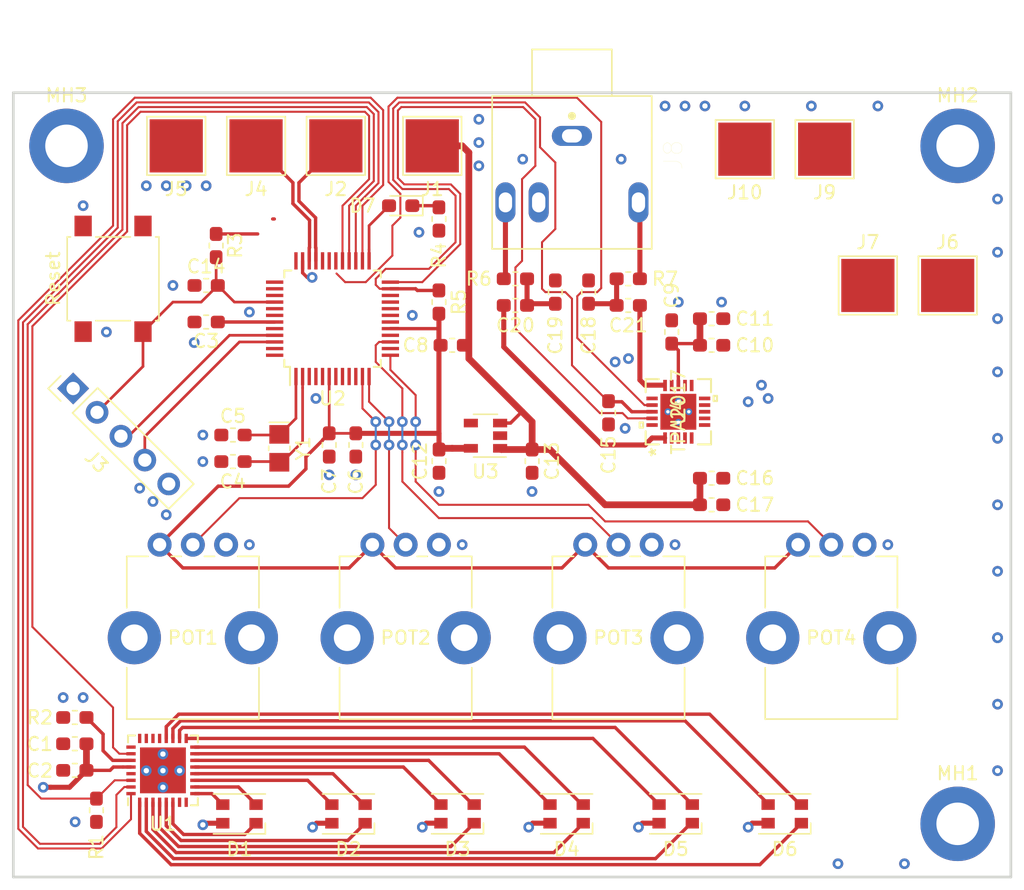
<source format=kicad_pcb>
(kicad_pcb (version 20171130) (host pcbnew "(5.0.0)")
  (layers (0 F.Cu signal) (31 B.Cu signal) (34 B.Paste user hide) (35 F.Paste user) (36 B.SilkS user hide) (37 F.SilkS user) (38 B.Mask user) (39 F.Mask user) (44 Edge.Cuts user))
  (net 0 "")
  (net 1 GND)
  (net 2 +3V3)
  (net 3 +5V)
  (net 4 /RESET')
  (net 5 "Net-(C18-Pad2)")
  (net 6 /OUTL+)
  (net 7 "Net-(C19-Pad2)")
  (net 8 /OUTR+)
  (net 9 /D1_R)
  (net 10 /D1_G)
  (net 11 /D5_G)
  (net 12 /D5_R)
  (net 13 /D2_R)
  (net 14 /D2_G)
  (net 15 /D6_R)
  (net 16 /D6_G)
  (net 17 /D3_G)
  (net 18 /D3_R)
  (net 19 /D4_R)
  (net 20 /D4_G)
  (net 21 /SWCLK)
  (net 22 /SWDIO)
  (net 23 /OUTR-)
  (net 24 /OUTL-)
  (net 25 /LED_OFF)
  (net 26 "Net-(R2-Pad2)")
  (net 27 /D1_B)
  (net 28 /D2_B)
  (net 29 /D3_B)
  (net 30 /D4_B)
  (net 31 /D5_B)
  (net 32 /D6_B)
  (net 33 "Net-(U1-Pad25)")
  (net 34 /LED_LATCH)
  (net 35 /LED_CLK)
  (net 36 /LED_DATA)
  (net 37 "Net-(U2-Pad3)")
  (net 38 "Net-(U2-Pad4)")
  (net 39 "Net-(U2-Pad9)")
  (net 40 "Net-(U2-Pad14)")
  (net 41 "Net-(U2-Pad22)")
  (net 42 "Net-(U2-Pad37)")
  (net 43 "Net-(U2-Pad38)")
  (net 44 "Net-(U2-Pad39)")
  (net 45 "Net-(U2-Pad41)")
  (net 46 "Net-(U2-Pad48)")
  (net 47 "Net-(U3-Pad4)")
  (net 48 "Net-(C3-Pad1)")
  (net 49 /USB_D-)
  (net 50 /USB_D+)
  (net 51 "Net-(C4-Pad2)")
  (net 52 "Net-(C5-Pad2)")
  (net 53 /EN)
  (net 54 /D2_LED)
  (net 55 "Net-(J8-Pad4)")
  (net 56 /INL+)
  (net 57 /INR+)
  (net 58 /VOL1)
  (net 59 /VOL2)
  (net 60 /VOL3)
  (net 61 /VOL4)
  (net 62 /SP_GC1)
  (net 63 "Net-(U2-Pad19)")
  (net 64 "Net-(U2-Pad20)")
  (net 65 "Net-(U2-Pad21)")
  (net 66 /SP_GC2)
  (net 67 "Net-(U2-Pad31)")
  (net 68 "Net-(U2-Pad32)")
  (net 69 "Net-(U2-Pad47)")
  (net 70 GNDA)
  (net 71 "Net-(J8-Pad2)")
  (net 72 "Net-(J8-Pad3)")
  (net 73 "Net-(U2-Pad7)")
  (net 74 "Net-(U2-Pad8)")
  (net 75 "Net-(U2-Pad10)")
  (net 76 "Net-(D7-Pad1)")
  (net 77 "Net-(U1-Pad21)")
  (net 78 "Net-(U1-Pad22)")
  (net 79 "Net-(U1-Pad23)")
  (net 80 "Net-(U1-Pad24)")
  (net 81 "Net-(U1-Pad7)")
  (net 82 "Net-(U1-Pad8)")
  (net 83 "Net-(U2-Pad16)")
  (module footprints:TPA2017D2RTJR (layer F.Cu) (at 162 91 90)
    (fp_text reference U4 (at 0 0 90) (layer F.SilkS))
    (fp_text value TPA2017 (at 0 0 90) (layer F.SilkS))
    (fp_text user * (at -3.035 -1.631 90) (layer F.SilkS))
    (fp_text user * (at -3.035 -1.631 90) (layer F.SilkS))
    (pad 1 smd rect (at -1.975 -1.000001 180) (size 0.28 0.85) (layers F.Cu F.Paste F.Mask) (net 56 /INL+))
    (pad 2 smd rect (at -1.975 -0.499999 180) (size 0.28 0.85) (layers F.Cu F.Paste F.Mask) (net 70 GNDA))
    (pad 3 smd rect (at -1.975 0 180) (size 0.28 0.85) (layers F.Cu F.Paste F.Mask) (net 70 GNDA))
    (pad 4 smd rect (at -1.975 0.499999 180) (size 0.28 0.85) (layers F.Cu F.Paste F.Mask) (net 3 +5V))
    (pad 5 smd rect (at -1.975 1.000001 180) (size 0.28 0.85) (layers F.Cu F.Paste F.Mask) (net 3 +5V))
    (pad 6 smd rect (at -1.000252 1.975 90) (size 0.28 0.85) (layers F.Cu F.Paste F.Mask) (net 6 /OUTL+))
    (pad 7 smd rect (at -0.500126 1.975 90) (size 0.28 0.85) (layers F.Cu F.Paste F.Mask) (net 24 /OUTL-))
    (pad 8 smd rect (at 0 1.975 90) (size 0.28 0.85) (layers F.Cu F.Paste F.Mask) (net 1 GND))
    (pad 9 smd rect (at 0.500126 1.975 90) (size 0.28 0.85) (layers F.Cu F.Paste F.Mask) (net 23 /OUTR-))
    (pad 10 smd rect (at 1.000252 1.975 90) (size 0.28 0.85) (layers F.Cu F.Paste F.Mask) (net 8 /OUTR+))
    (pad 11 smd rect (at 1.975 1.000001 180) (size 0.28 0.85) (layers F.Cu F.Paste F.Mask) (net 3 +5V))
    (pad 12 smd rect (at 1.975 0.499999 180) (size 0.28 0.85) (layers F.Cu F.Paste F.Mask) (net 3 +5V))
    (pad 13 smd rect (at 1.975 0 180) (size 0.28 0.85) (layers F.Cu F.Paste F.Mask) (net 3 +5V))
    (pad 14 smd rect (at 1.975 -0.499999 180) (size 0.28 0.85) (layers F.Cu F.Paste F.Mask) (net 70 GNDA))
    (pad 15 smd rect (at 1.975 -1.000001 180) (size 0.28 0.85) (layers F.Cu F.Paste F.Mask) (net 57 /INR+))
    (pad 16 smd rect (at 1.000252 -1.975 90) (size 0.28 0.85) (layers F.Cu F.Paste F.Mask) (net 1 GND))
    (pad 17 smd rect (at 0.500126 -1.975 90) (size 0.28 0.85) (layers F.Cu F.Paste F.Mask) (net 62 /SP_GC1))
    (pad 18 smd rect (at 0 -1.975 90) (size 0.28 0.85) (layers F.Cu F.Paste F.Mask) (net 53 /EN))
    (pad 19 smd rect (at -0.500126 -1.975 90) (size 0.28 0.85) (layers F.Cu F.Paste F.Mask) (net 66 /SP_GC2))
    (pad 20 smd rect (at -1.000252 -1.975 90) (size 0.28 0.85) (layers F.Cu F.Paste F.Mask) (net 1 GND))
    (pad 21 smd rect (at 0 0 90) (size 2.7 2.7) (layers F.Cu F.Paste F.Mask))
    (pad V thru_hole circle (at -0.7874 0 90) (size 0.508 0.508) (drill 0.254) (layers *.Cu *.Mask))
    (pad V thru_hole circle (at 0 0.7874 90) (size 0.508 0.508) (drill 0.254) (layers *.Cu *.Mask))
    (pad V thru_hole circle (at 0 -0.7874 90) (size 0.508 0.508) (drill 0.254) (layers *.Cu *.Mask))
    (pad V thru_hole circle (at 0.7874 0 90) (size 0.508 0.508) (drill 0.254) (layers *.Cu *.Mask))
  )
  (module LED_SMD:LED_Cree-PLCC4_3.2x2.8mm_CCW (layer F.Cu) (at 137.2 121.254156 180)
    (fp_text reference D2 (at 0 -2.65 180) (layer F.SilkS))
    (fp_text value LED_RGBA)
    (pad 2 smd rect (at -1.25 0.7 180) (size 1 0.8) (layers F.Cu F.Paste F.Mask) (net 14 /D2_G))
    (pad 3 smd rect (at 1.25 0.7 180) (size 1 0.8) (layers F.Cu F.Paste F.Mask) (net 28 /D2_B))
    (pad 4 smd rect (at 1.25 -0.7 180) (size 1 0.8) (layers F.Cu F.Paste F.Mask) (net 3 +5V))
    (pad 1 smd rect (at -1.25 -0.7 180) (size 1 0.8) (layers F.Cu F.Paste F.Mask) (net 13 /D2_R))
  )
  (module LED_SMD:LED_Cree-PLCC4_3.2x2.8mm_CCW (layer F.Cu) (at 129 121.254156 180)
    (fp_text reference D1 (at 0 -2.65 180) (layer F.SilkS))
    (fp_text value LED_RGBA)
    (pad 2 smd rect (at -1.25 0.7 180) (size 1 0.8) (layers F.Cu F.Paste F.Mask) (net 10 /D1_G))
    (pad 3 smd rect (at 1.25 0.7 180) (size 1 0.8) (layers F.Cu F.Paste F.Mask) (net 27 /D1_B))
    (pad 4 smd rect (at 1.25 -0.7 180) (size 1 0.8) (layers F.Cu F.Paste F.Mask) (net 3 +5V))
    (pad 1 smd rect (at -1.25 -0.7 180) (size 1 0.8) (layers F.Cu F.Paste F.Mask) (net 9 /D1_R))
  )
  (module "SJ1-3544 - Audio Jack:CUI_SJ1-3544" (layer F.Cu) (at 154 70.25 270)
    (fp_text reference J8 (at 1.44603 -7.62439 270) (layer F.SilkS) (effects (font (size 1.400992 1.400992) (thickness 0.015))))
    (fp_text value SJ1-3544)
    (pad 1 thru_hole oval (at 0 0 270) (size 1.508 3.016) (drill oval 1 1.5) (layers *.Cu *.Mask) (net 70 GNDA))
    (pad 2 thru_hole oval (at 5 5 270) (size 3.016 1.508) (drill oval 1.5 1) (layers *.Cu *.Mask) (net 71 "Net-(J8-Pad2)"))
    (pad 3 thru_hole oval (at 5 -5 270) (size 3.016 1.508) (drill oval 1.5 1) (layers *.Cu *.Mask) (net 72 "Net-(J8-Pad3)"))
    (pad None np_thru_hole circle (at 5 0 270) (size 1.6 1.6) (drill 1.6) (layers *.Cu *.Mask))
    (pad None np_thru_hole circle (at 0 5 270) (size 1.6 1.6) (drill 1.6) (layers *.Cu *.Mask))
    (pad None np_thru_hole circle (at 0 -5 270) (size 1.6 1.6) (drill 1.6) (layers *.Cu *.Mask))
    (pad 4 thru_hole oval (at 5 2.5 270) (size 3.016 1.508) (drill oval 1.5 1) (layers *.Cu *.Mask) (net 55 "Net-(J8-Pad4)"))
  )
  (module Capacitor_SMD:C_0603_1608Metric_Pad1.05x0.95mm_HandSolder (layer F.Cu) (at 116.625 117.977078)
    (fp_text reference C2 (at -2.625 0.022922) (layer F.SilkS))
    (fp_text value 1uF)
    (pad 1 smd roundrect (at -0.875 0) (size 1.05 0.95) (layers F.Cu F.Paste F.Mask) (net 1 GND))
    (pad 2 smd roundrect (at 0.875 0) (size 1.05 0.95) (layers F.Cu F.Paste F.Mask) (net 3 +5V))
  )
  (module Capacitor_SMD:C_0603_1608Metric_Pad1.05x0.95mm_HandSolder (layer F.Cu) (at 126.5 84.25 180)
    (fp_text reference C3 (at 0 -1.43 180) (layer F.SilkS))
    (fp_text value 1uF)
    (pad 1 smd roundrect (at -0.875 0 180) (size 1.05 0.95) (layers F.Cu F.Paste F.Mask) (net 48 "Net-(C3-Pad1)"))
    (pad 2 smd roundrect (at 0.875 0 180) (size 1.05 0.95) (layers F.Cu F.Paste F.Mask) (net 1 GND))
  )
  (module Capacitor_SMD:C_0603_1608Metric_Pad1.05x0.95mm_HandSolder (layer F.Cu) (at 137.75 93.5 270)
    (fp_text reference C6 (at 2.75 0 270) (layer F.SilkS))
    (fp_text value 0.1uF)
    (pad 1 smd roundrect (at -0.875 0 270) (size 1.05 0.95) (layers F.Cu F.Paste F.Mask) (net 2 +3V3))
    (pad 2 smd roundrect (at 0.875 0 270) (size 1.05 0.95) (layers F.Cu F.Paste F.Mask) (net 1 GND))
  )
  (module Capacitor_SMD:C_0603_1608Metric_Pad1.05x0.95mm_HandSolder (layer F.Cu) (at 135.75 93.5 270)
    (fp_text reference C7 (at 2.75 0 270) (layer F.SilkS))
    (fp_text value 1uF)
    (pad 1 smd roundrect (at -0.875 0 270) (size 1.05 0.95) (layers F.Cu F.Paste F.Mask) (net 2 +3V3))
    (pad 2 smd roundrect (at 0.875 0 270) (size 1.05 0.95) (layers F.Cu F.Paste F.Mask) (net 1 GND))
  )
  (module Capacitor_SMD:C_0603_1608Metric_Pad1.05x0.95mm_HandSolder (layer F.Cu) (at 155.25 82 270)
    (fp_text reference C18 (at 3.25 0 270) (layer F.SilkS))
    (fp_text value 0.047uF)
    (pad 1 smd roundrect (at -0.875 0 270) (size 1.05 0.95) (layers F.Cu F.Paste F.Mask) (net 70 GNDA))
    (pad 2 smd roundrect (at 0.875 0 270) (size 1.05 0.95) (layers F.Cu F.Paste F.Mask) (net 5 "Net-(C18-Pad2)"))
  )
  (module Capacitor_SMD:C_0603_1608Metric_Pad1.05x0.95mm_HandSolder (layer F.Cu) (at 152.75 82 270)
    (fp_text reference C19 (at 3.25 0 270) (layer F.SilkS))
    (fp_text value 0.047uF)
    (pad 2 smd roundrect (at 0.875 0 270) (size 1.05 0.95) (layers F.Cu F.Paste F.Mask) (net 7 "Net-(C19-Pad2)"))
    (pad 1 smd roundrect (at -0.875 0 270) (size 1.05 0.95) (layers F.Cu F.Paste F.Mask) (net 70 GNDA))
  )
  (module Capacitor_SMD:C_0603_1608Metric_Pad1.05x0.95mm_HandSolder (layer F.Cu) (at 144.007233 94.716117 90)
    (fp_text reference C12 (at 0 -1.43 90) (layer F.SilkS))
    (fp_text value 1uF)
    (pad 2 smd roundrect (at 0.875 0 90) (size 1.05 0.95) (layers F.Cu F.Paste F.Mask) (net 2 +3V3))
    (pad 1 smd roundrect (at -0.875 0 90) (size 1.05 0.95) (layers F.Cu F.Paste F.Mask) (net 1 GND))
  )
  (module Capacitor_SMD:C_0603_1608Metric_Pad1.05x0.95mm_HandSolder (layer F.Cu) (at 151.007233 94.716117 90)
    (fp_text reference C13 (at 0 1.492767 90) (layer F.SilkS))
    (fp_text value 1uF)
    (pad 1 smd roundrect (at -0.875 0 90) (size 1.05 0.95) (layers F.Cu F.Paste F.Mask) (net 1 GND))
    (pad 2 smd roundrect (at 0.875 0 90) (size 1.05 0.95) (layers F.Cu F.Paste F.Mask) (net 3 +5V))
  )
  (module LED_SMD:LED_0603_1608Metric_Pad1.05x0.95mm_HandSolder (layer F.Cu) (at 141.125 75.5 180)
    (fp_text reference D7 (at 2.875 0 180) (layer F.SilkS))
    (fp_text value LED)
    (pad 1 smd roundrect (at -0.875 0 180) (size 1.05 0.95) (layers F.Cu F.Paste F.Mask) (net 76 "Net-(D7-Pad1)"))
    (pad 2 smd roundrect (at 0.875 0 180) (size 1.05 0.95) (layers F.Cu F.Paste F.Mask) (net 54 /D2_LED))
  )
  (module TestPoint:TestPoint_Pad_4.0x4.0mm (layer F.Cu) (at 143.5 71 180)
    (fp_text reference J1 (at 0 -3.25 180) (layer F.SilkS))
    (fp_text value Conn_01x01_Male)
    (pad 1 smd rect (at 0 0 180) (size 4 4) (layers F.Cu F.Mask) (net 3 +5V))
  )
  (module TestPoint:TestPoint_Pad_4.0x4.0mm (layer F.Cu) (at 136.25 71 180)
    (fp_text reference J2 (at 0 -3.25 180) (layer F.SilkS))
    (fp_text value Conn_01x01_Male)
    (pad 1 smd rect (at 0 0 180) (size 4 4) (layers F.Cu F.Mask) (net 49 /USB_D-))
  )
  (module Connector_PinHeader_2.54mm:PinHeader_1x05_P2.54mm_Vertical (layer F.Cu) (at 116.5 89.25 45)
    (fp_text reference J3 (at -2.65165 5.126524 135) (layer F.SilkS))
    (fp_text value Conn_01x05)
    (pad 1 thru_hole rect (at 0 0 45) (size 1.7 1.7) (drill 1) (layers *.Cu *.Mask) (net 3 +5V))
    (pad 2 thru_hole oval (at 0 2.54 45) (size 1.7 1.7) (drill 1) (layers *.Cu *.Mask) (net 4 /RESET'))
    (pad 3 thru_hole oval (at 0 5.079999 45) (size 1.7 1.7) (drill 1) (layers *.Cu *.Mask) (net 21 /SWCLK))
    (pad 4 thru_hole oval (at 0 7.62 45) (size 1.7 1.7) (drill 1) (layers *.Cu *.Mask) (net 22 /SWDIO))
    (pad 5 thru_hole oval (at 0 10.16 45) (size 1.7 1.7) (drill 1) (layers *.Cu *.Mask) (net 1 GND))
  )
  (module TestPoint:TestPoint_Pad_4.0x4.0mm (layer F.Cu) (at 130.25 71 180)
    (fp_text reference J4 (at 0 -3.25 180) (layer F.SilkS))
    (fp_text value Conn_01x01_Male)
    (pad 1 smd rect (at 0 0 180) (size 4 4) (layers F.Cu F.Mask) (net 50 /USB_D+))
  )
  (module TestPoint:TestPoint_Pad_4.0x4.0mm (layer F.Cu) (at 124.25 71 180)
    (fp_text reference J5 (at 0 -3.25 180) (layer F.SilkS))
    (fp_text value Conn_01x01_Male)
    (pad 1 smd rect (at 0 0 180) (size 4 4) (layers F.Cu F.Mask) (net 1 GND))
  )
  (module TestPoint:TestPoint_Pad_4.0x4.0mm (layer F.Cu) (at 182.25 81.5)
    (fp_text reference J6 (at 0 -3.25) (layer F.SilkS))
    (fp_text value Conn_01x01_Male)
    (pad 1 smd rect (at 0 0) (size 4 4) (layers F.Cu F.Mask) (net 6 /OUTL+))
  )
  (module TestPoint:TestPoint_Pad_4.0x4.0mm (layer F.Cu) (at 176.25 81.5)
    (fp_text reference J7 (at 0 -3.25) (layer F.SilkS))
    (fp_text value Conn_01x01_Male)
    (pad 1 smd rect (at 0 0) (size 4 4) (layers F.Cu F.Mask) (net 24 /OUTL-))
  )
  (module TestPoint:TestPoint_Pad_4.0x4.0mm (layer F.Cu) (at 173 71.25)
    (fp_text reference J9 (at 0 3.25) (layer F.SilkS))
    (fp_text value Conn_01x01_Male)
    (pad 1 smd rect (at 0 0) (size 4 4) (layers F.Cu F.Mask) (net 23 /OUTR-))
  )
  (module TestPoint:TestPoint_Pad_4.0x4.0mm (layer F.Cu) (at 167 71.25)
    (fp_text reference J10 (at 0 3.25) (layer F.SilkS))
    (fp_text value Conn_01x01_Male)
    (pad 1 smd rect (at 0 0) (size 4 4) (layers F.Cu F.Mask) (net 8 /OUTR+))
  )
  (module Button_Switch_SMD:SW_SPST_B3S-1000 (layer F.Cu) (at 119.5 81 90)
    (fp_text reference Reset (at 0 -4.5 90) (layer F.SilkS))
    (fp_text value SW_Push)
    (pad 1 smd rect (at -3.975 -2.25 90) (size 1.55 1.3) (layers F.Cu F.Paste F.Mask) (net 1 GND))
    (pad 1 smd rect (at 3.975 -2.25 90) (size 1.55 1.3) (layers F.Cu F.Paste F.Mask) (net 1 GND))
    (pad 2 smd rect (at -3.975 2.25 90) (size 1.55 1.3) (layers F.Cu F.Paste F.Mask) (net 4 /RESET'))
    (pad 2 smd rect (at 3.975 2.25 90) (size 1.55 1.3) (layers F.Cu F.Paste F.Mask) (net 4 /RESET'))
  )
  (module Package_QFP:TQFP-48_7x7mm_P0.5mm (layer F.Cu) (at 136 84 90)
    (fp_text reference U2 (at -6 0 180) (layer F.SilkS))
    (fp_text value ATSAMD21G18A-A)
    (pad 1 smd rect (at -4.35 -2.75 90) (size 1.3 0.25) (layers F.Cu F.Paste F.Mask) (net 52 "Net-(C5-Pad2)"))
    (pad 2 smd rect (at -4.35 -2.25 90) (size 1.3 0.25) (layers F.Cu F.Paste F.Mask) (net 51 "Net-(C4-Pad2)"))
    (pad 3 smd rect (at -4.35 -1.75 90) (size 1.3 0.25) (layers F.Cu F.Paste F.Mask) (net 37 "Net-(U2-Pad3)"))
    (pad 4 smd rect (at -4.35 -1.25 90) (size 1.3 0.25) (layers F.Cu F.Paste F.Mask) (net 38 "Net-(U2-Pad4)"))
    (pad 5 smd rect (at -4.35 -0.75 90) (size 1.3 0.25) (layers F.Cu F.Paste F.Mask) (net 1 GND))
    (pad 6 smd rect (at -4.35 -0.25 90) (size 1.3 0.25) (layers F.Cu F.Paste F.Mask) (net 2 +3V3))
    (pad 7 smd rect (at -4.35 0.25 90) (size 1.3 0.25) (layers F.Cu F.Paste F.Mask) (net 73 "Net-(U2-Pad7)"))
    (pad 8 smd rect (at -4.35 0.75 90) (size 1.3 0.25) (layers F.Cu F.Paste F.Mask) (net 74 "Net-(U2-Pad8)"))
    (pad 9 smd rect (at -4.35 1.25 90) (size 1.3 0.25) (layers F.Cu F.Paste F.Mask) (net 39 "Net-(U2-Pad9)"))
    (pad 10 smd rect (at -4.35 1.75 90) (size 1.3 0.25) (layers F.Cu F.Paste F.Mask) (net 75 "Net-(U2-Pad10)"))
    (pad 11 smd rect (at -4.35 2.25 90) (size 1.3 0.25) (layers F.Cu F.Paste F.Mask) (net 58 /VOL1))
    (pad 12 smd rect (at -4.35 2.75 90) (size 1.3 0.25) (layers F.Cu F.Paste F.Mask) (net 59 /VOL2))
    (pad 13 smd rect (at -2.75 4.35 180) (size 1.3 0.25) (layers F.Cu F.Paste F.Mask) (net 61 /VOL4))
    (pad 14 smd rect (at -2.25 4.35 180) (size 1.3 0.25) (layers F.Cu F.Paste F.Mask) (net 40 "Net-(U2-Pad14)"))
    (pad 15 smd rect (at -1.75 4.35 180) (size 1.3 0.25) (layers F.Cu F.Paste F.Mask) (net 60 /VOL3))
    (pad 16 smd rect (at -1.25 4.35 180) (size 1.3 0.25) (layers F.Cu F.Paste F.Mask) (net 83 "Net-(U2-Pad16)"))
    (pad 17 smd rect (at -0.75 4.35 180) (size 1.3 0.25) (layers F.Cu F.Paste F.Mask) (net 2 +3V3))
    (pad 18 smd rect (at -0.25 4.35 180) (size 1.3 0.25) (layers F.Cu F.Paste F.Mask) (net 1 GND))
    (pad 19 smd rect (at 0.25 4.35 180) (size 1.3 0.25) (layers F.Cu F.Paste F.Mask) (net 63 "Net-(U2-Pad19)"))
    (pad 20 smd rect (at 0.75 4.35 180) (size 1.3 0.25) (layers F.Cu F.Paste F.Mask) (net 64 "Net-(U2-Pad20)"))
    (pad 21 smd rect (at 1.25 4.35 180) (size 1.3 0.25) (layers F.Cu F.Paste F.Mask) (net 65 "Net-(U2-Pad21)"))
    (pad 22 smd rect (at 1.75 4.35 180) (size 1.3 0.25) (layers F.Cu F.Paste F.Mask) (net 41 "Net-(U2-Pad22)"))
    (pad 23 smd rect (at 2.25 4.35 180) (size 1.3 0.25) (layers F.Cu F.Paste F.Mask) (net 53 /EN))
    (pad 24 smd rect (at 2.75 4.35 180) (size 1.3 0.25) (layers F.Cu F.Paste F.Mask) (net 66 /SP_GC2))
    (pad 25 smd rect (at 4.35 2.75 90) (size 1.3 0.25) (layers F.Cu F.Paste F.Mask) (net 54 /D2_LED))
    (pad 26 smd rect (at 4.35 2.25 90) (size 1.3 0.25) (layers F.Cu F.Paste F.Mask) (net 36 /LED_DATA))
    (pad 27 smd rect (at 4.35 1.75 90) (size 1.3 0.25) (layers F.Cu F.Paste F.Mask) (net 35 /LED_CLK))
    (pad 28 smd rect (at 4.35 1.25 90) (size 1.3 0.25) (layers F.Cu F.Paste F.Mask) (net 25 /LED_OFF))
    (pad 29 smd rect (at 4.35 0.75 90) (size 1.3 0.25) (layers F.Cu F.Paste F.Mask) (net 34 /LED_LATCH))
    (pad 30 smd rect (at 4.35 0.25 90) (size 1.3 0.25) (layers F.Cu F.Paste F.Mask) (net 62 /SP_GC1))
    (pad 31 smd rect (at 4.35 -0.25 90) (size 1.3 0.25) (layers F.Cu F.Paste F.Mask) (net 67 "Net-(U2-Pad31)"))
    (pad 32 smd rect (at 4.35 -0.75 90) (size 1.3 0.25) (layers F.Cu F.Paste F.Mask) (net 68 "Net-(U2-Pad32)"))
    (pad 33 smd rect (at 4.35 -1.25 90) (size 1.3 0.25) (layers F.Cu F.Paste F.Mask) (net 49 /USB_D-))
    (pad 34 smd rect (at 4.35 -1.75 90) (size 1.3 0.25) (layers F.Cu F.Paste F.Mask) (net 50 /USB_D+))
    (pad 35 smd rect (at 4.35 -2.25 90) (size 1.3 0.25) (layers F.Cu F.Paste F.Mask) (net 1 GND))
    (pad 36 smd rect (at 4.35 -2.75 90) (size 1.3 0.25) (layers F.Cu F.Paste F.Mask) (net 2 +3V3))
    (pad 37 smd rect (at 2.75 -4.35 180) (size 1.3 0.25) (layers F.Cu F.Paste F.Mask) (net 42 "Net-(U2-Pad37)"))
    (pad 38 smd rect (at 2.25 -4.35 180) (size 1.3 0.25) (layers F.Cu F.Paste F.Mask) (net 43 "Net-(U2-Pad38)"))
    (pad 39 smd rect (at 1.75 -4.35 180) (size 1.3 0.25) (layers F.Cu F.Paste F.Mask) (net 44 "Net-(U2-Pad39)"))
    (pad 40 smd rect (at 1.25 -4.35 180) (size 1.3 0.25) (layers F.Cu F.Paste F.Mask) (net 4 /RESET'))
    (pad 41 smd rect (at 0.75 -4.35 180) (size 1.3 0.25) (layers F.Cu F.Paste F.Mask) (net 45 "Net-(U2-Pad41)"))
    (pad 42 smd rect (at 0.25 -4.35 180) (size 1.3 0.25) (layers F.Cu F.Paste F.Mask) (net 1 GND))
    (pad 43 smd rect (at -0.25 -4.35 180) (size 1.3 0.25) (layers F.Cu F.Paste F.Mask) (net 48 "Net-(C3-Pad1)"))
    (pad 44 smd rect (at -0.75 -4.35 180) (size 1.3 0.25) (layers F.Cu F.Paste F.Mask) (net 2 +3V3))
    (pad 45 smd rect (at -1.25 -4.35 180) (size 1.3 0.25) (layers F.Cu F.Paste F.Mask) (net 21 /SWCLK))
    (pad 46 smd rect (at -1.75 -4.35 180) (size 1.3 0.25) (layers F.Cu F.Paste F.Mask) (net 22 /SWDIO))
    (pad 47 smd rect (at -2.25 -4.35 180) (size 1.3 0.25) (layers F.Cu F.Paste F.Mask) (net 69 "Net-(U2-Pad47)"))
    (pad 48 smd rect (at -2.75 -4.35 180) (size 1.3 0.25) (layers F.Cu F.Paste F.Mask) (net 46 "Net-(U2-Pad48)"))
  )
  (module Package_TO_SOT_SMD:SOT-23-5 (layer F.Cu) (at 147.5 92.801116 180)
    (fp_text reference U3 (at 0 -2.698884 180) (layer F.SilkS))
    (fp_text value AP2127K-3.3)
    (pad 1 smd rect (at -1.1 -0.95 180) (size 1.06 0.65) (layers F.Cu F.Paste F.Mask) (net 3 +5V))
    (pad 2 smd rect (at -1.1 0 180) (size 1.06 0.65) (layers F.Cu F.Paste F.Mask) (net 1 GND))
    (pad 3 smd rect (at -1.1 0.95 180) (size 1.06 0.65) (layers F.Cu F.Paste F.Mask) (net 3 +5V))
    (pad 4 smd rect (at 1.1 0.95 180) (size 1.06 0.65) (layers F.Cu F.Paste F.Mask) (net 47 "Net-(U3-Pad4)"))
    (pad 5 smd rect (at 1.1 -0.95 180) (size 1.06 0.65) (layers F.Cu F.Paste F.Mask) (net 2 +3V3))
  )
  (module Crystal:Crystal_SMD_MicroCrystal_CC8V-T1A-2Pin_2.0x1.2mm_HandSoldering (layer F.Cu) (at 132 93.75 270)
    (fp_text reference Y1 (at 0 -1.8 270) (layer F.SilkS))
    (fp_text value 32.768kHz)
    (pad 1 smd rect (at -1.05 0 270) (size 1.4 1.5) (layers F.Cu F.Paste F.Mask) (net 52 "Net-(C5-Pad2)"))
    (pad 2 smd rect (at 1.05 0 270) (size 1.4 1.5) (layers F.Cu F.Paste F.Mask) (net 51 "Net-(C4-Pad2)"))
  )
  (module MountingHole:MountingHole_3.2mm_M3_DIN965_Pad (layer F.Cu) (at 183 122)
    (fp_text reference MH1 (at 0 -3.8) (layer F.SilkS))
    (fp_text value MountingHole)
    (pad 1 thru_hole circle (at 0 0) (size 5.6 5.6) (drill 3.2) (layers *.Cu *.Mask))
  )
  (module MountingHole:MountingHole_3.2mm_M3_DIN965_Pad (layer F.Cu) (at 183 71)
    (fp_text reference MH2 (at 0 -3.8) (layer F.SilkS))
    (fp_text value MountingHole)
    (pad 1 thru_hole circle (at 0 0) (size 5.6 5.6) (drill 3.2) (layers *.Cu *.Mask))
  )
  (module MountingHole:MountingHole_3.2mm_M3_DIN965_Pad (layer F.Cu) (at 116 71)
    (fp_text reference MH3 (at 0 -3.8) (layer F.SilkS))
    (fp_text value MountingHole)
    (pad 1 thru_hole circle (at 0 0) (size 5.6 5.6) (drill 3.2) (layers *.Cu *.Mask))
  )
  (module Capacitor_SMD:C_0603_1608Metric_Pad1.05x0.95mm_HandSolder (layer F.Cu) (at 116.625 115.977078 180)
    (fp_text reference C1 (at 2.625 -0.022922 180) (layer F.SilkS))
    (fp_text value 0.1uF)
    (pad 1 smd roundrect (at -0.875 0 180) (size 1.05 0.95) (layers F.Cu F.Paste F.Mask) (net 3 +5V))
    (pad 2 smd roundrect (at 0.875 0 180) (size 1.05 0.95) (layers F.Cu F.Paste F.Mask) (net 1 GND))
  )
  (module Capacitor_SMD:C_0603_1608Metric_Pad1.05x0.95mm_HandSolder (layer F.Cu) (at 128.515 94.75)
    (fp_text reference C4 (at -0.015 1.5) (layer F.SilkS))
    (fp_text value 22pF)
    (pad 1 smd roundrect (at -0.875 0) (size 1.05 0.95) (layers F.Cu F.Paste F.Mask) (net 1 GND))
    (pad 2 smd roundrect (at 0.875 0) (size 1.05 0.95) (layers F.Cu F.Paste F.Mask) (net 51 "Net-(C4-Pad2)"))
  )
  (module Capacitor_SMD:C_0603_1608Metric_Pad1.05x0.95mm_HandSolder (layer F.Cu) (at 128.515 92.75)
    (fp_text reference C5 (at 0 -1.43) (layer F.SilkS))
    (fp_text value 22pF)
    (pad 2 smd roundrect (at 0.875 0) (size 1.05 0.95) (layers F.Cu F.Paste F.Mask) (net 52 "Net-(C5-Pad2)"))
    (pad 1 smd roundrect (at -0.875 0) (size 1.05 0.95) (layers F.Cu F.Paste F.Mask) (net 1 GND))
  )
  (module Capacitor_SMD:C_0603_1608Metric_Pad1.05x0.95mm_HandSolder (layer F.Cu) (at 145 86 180)
    (fp_text reference C8 (at 2.75 0 180) (layer F.SilkS))
    (fp_text value 0.1uF)
    (pad 2 smd roundrect (at 0.875 0 180) (size 1.05 0.95) (layers F.Cu F.Paste F.Mask) (net 2 +3V3))
    (pad 1 smd roundrect (at -0.875 0 180) (size 1.05 0.95) (layers F.Cu F.Paste F.Mask) (net 1 GND))
  )
  (module Capacitor_SMD:C_0603_1608Metric_Pad1.05x0.95mm_HandSolder (layer F.Cu) (at 161.5 85 90)
    (fp_text reference C9 (at 2.75 0 90) (layer F.SilkS))
    (fp_text value 0.1uF)
    (pad 1 smd roundrect (at -0.875 0 90) (size 1.05 0.95) (layers F.Cu F.Paste F.Mask) (net 3 +5V))
    (pad 2 smd roundrect (at 0.875 0 90) (size 1.05 0.95) (layers F.Cu F.Paste F.Mask) (net 1 GND))
  )
  (module Capacitor_SMD:C_0603_1608Metric_Pad1.05x0.95mm_HandSolder (layer F.Cu) (at 164.5 86)
    (fp_text reference C10 (at 3.25 0) (layer F.SilkS))
    (fp_text value 0.1uF)
    (pad 2 smd roundrect (at 0.875 0) (size 1.05 0.95) (layers F.Cu F.Paste F.Mask) (net 1 GND))
    (pad 1 smd roundrect (at -0.875 0) (size 1.05 0.95) (layers F.Cu F.Paste F.Mask) (net 3 +5V))
  )
  (module Capacitor_SMD:C_0603_1608Metric_Pad1.05x0.95mm_HandSolder (layer F.Cu) (at 164.5 84)
    (fp_text reference C11 (at 3.25 0) (layer F.SilkS))
    (fp_text value 1uF)
    (pad 1 smd roundrect (at -0.875 0) (size 1.05 0.95) (layers F.Cu F.Paste F.Mask) (net 3 +5V))
    (pad 2 smd roundrect (at 0.875 0) (size 1.05 0.95) (layers F.Cu F.Paste F.Mask) (net 1 GND))
  )
  (module Capacitor_SMD:C_0603_1608Metric_Pad1.05x0.95mm_HandSolder (layer F.Cu) (at 126.5 81.5)
    (fp_text reference C14 (at 0 -1.43) (layer F.SilkS))
    (fp_text value 0.1uF)
    (pad 1 smd roundrect (at -0.875 0) (size 1.05 0.95) (layers F.Cu F.Paste F.Mask) (net 1 GND))
    (pad 2 smd roundrect (at 0.875 0) (size 1.05 0.95) (layers F.Cu F.Paste F.Mask) (net 4 /RESET'))
  )
  (module Capacitor_SMD:C_0603_1608Metric_Pad1.05x0.95mm_HandSolder (layer F.Cu) (at 156.75 91.081076 270)
    (fp_text reference C15 (at 3.168924 0 270) (layer F.SilkS))
    (fp_text value 0.1uF)
    (pad 2 smd roundrect (at 0.875 0 270) (size 1.05 0.95) (layers F.Cu F.Paste F.Mask) (net 1 GND))
    (pad 1 smd roundrect (at -0.875 0 270) (size 1.05 0.95) (layers F.Cu F.Paste F.Mask) (net 53 /EN))
  )
  (module Capacitor_SMD:C_0603_1608Metric_Pad1.05x0.95mm_HandSolder (layer F.Cu) (at 164.5 96)
    (fp_text reference C16 (at 3.25 0) (layer F.SilkS))
    (fp_text value 0.1uF)
    (pad 2 smd roundrect (at 0.875 0) (size 1.05 0.95) (layers F.Cu F.Paste F.Mask) (net 1 GND))
    (pad 1 smd roundrect (at -0.875 0) (size 1.05 0.95) (layers F.Cu F.Paste F.Mask) (net 3 +5V))
  )
  (module Capacitor_SMD:C_0603_1608Metric_Pad1.05x0.95mm_HandSolder (layer F.Cu) (at 164.5 98)
    (fp_text reference C17 (at 3.25 0) (layer F.SilkS))
    (fp_text value 1uF)
    (pad 1 smd roundrect (at -0.875 0) (size 1.05 0.95) (layers F.Cu F.Paste F.Mask) (net 3 +5V))
    (pad 2 smd roundrect (at 0.875 0) (size 1.05 0.95) (layers F.Cu F.Paste F.Mask) (net 1 GND))
  )
  (module Resistor_SMD:R_0603_1608Metric_Pad1.05x0.95mm_HandSolder (layer F.Cu) (at 118.25 120.977078 90)
    (fp_text reference R1 (at -2.772922 0 90) (layer F.SilkS))
    (fp_text value 10k)
    (pad 1 smd roundrect (at -0.875 0 90) (size 1.05 0.95) (layers F.Cu F.Paste F.Mask) (net 1 GND))
    (pad 2 smd roundrect (at 0.875 0 90) (size 1.05 0.95) (layers F.Cu F.Paste F.Mask) (net 25 /LED_OFF))
  )
  (module Resistor_SMD:R_0603_1608Metric_Pad1.05x0.95mm_HandSolder (layer F.Cu) (at 116.625 114)
    (fp_text reference R2 (at -2.625 0) (layer F.SilkS))
    (fp_text value 3.3k)
    (pad 2 smd roundrect (at 0.875 0) (size 1.05 0.95) (layers F.Cu F.Paste F.Mask) (net 26 "Net-(R2-Pad2)"))
    (pad 1 smd roundrect (at -0.875 0) (size 1.05 0.95) (layers F.Cu F.Paste F.Mask) (net 1 GND))
  )
  (module Resistor_SMD:R_0603_1608Metric_Pad1.05x0.95mm_HandSolder (layer F.Cu) (at 127.25 78.5 270)
    (fp_text reference R3 (at 0 -1.43 270) (layer F.SilkS))
    (fp_text value 10k)
    (pad 1 smd roundrect (at -0.875 0 270) (size 1.05 0.95) (layers F.Cu F.Paste F.Mask) (net 2 +3V3))
    (pad 2 smd roundrect (at 0.875 0 270) (size 1.05 0.95) (layers F.Cu F.Paste F.Mask) (net 4 /RESET'))
  )
  (module Resistor_SMD:R_0603_1608Metric_Pad1.05x0.95mm_HandSolder (layer F.Cu) (at 144 76.5 270)
    (fp_text reference R4 (at 2.75 0 270) (layer F.SilkS))
    (fp_text value 2.2k)
    (pad 2 smd roundrect (at 0.875 0 270) (size 1.05 0.95) (layers F.Cu F.Paste F.Mask) (net 1 GND))
    (pad 1 smd roundrect (at -0.875 0 270) (size 1.05 0.95) (layers F.Cu F.Paste F.Mask) (net 76 "Net-(D7-Pad1)"))
  )
  (module Resistor_SMD:R_0603_1608Metric_Pad1.05x0.95mm_HandSolder (layer F.Cu) (at 144 82.75 270)
    (fp_text reference R5 (at 0 -1.5 270) (layer F.SilkS))
    (fp_text value 100k)
    (pad 1 smd roundrect (at -0.875 0 270) (size 1.05 0.95) (layers F.Cu F.Paste F.Mask) (net 53 /EN))
    (pad 2 smd roundrect (at 0.875 0 270) (size 1.05 0.95) (layers F.Cu F.Paste F.Mask) (net 2 +3V3))
  )
  (module Resistor_SMD:R_0603_1608Metric_Pad1.05x0.95mm_HandSolder (layer F.Cu) (at 149.75 81)
    (fp_text reference R6 (at -2.75 0) (layer F.SilkS))
    (fp_text value 100)
    (pad 1 smd roundrect (at -0.875 0) (size 1.05 0.95) (layers F.Cu F.Paste F.Mask) (net 71 "Net-(J8-Pad2)"))
    (pad 2 smd roundrect (at 0.875 0) (size 1.05 0.95) (layers F.Cu F.Paste F.Mask) (net 7 "Net-(C19-Pad2)"))
  )
  (module Resistor_SMD:R_0603_1608Metric_Pad1.05x0.95mm_HandSolder (layer F.Cu) (at 158.234477 81 180)
    (fp_text reference R7 (at -2.765523 0 180) (layer F.SilkS))
    (fp_text value 100)
    (pad 2 smd roundrect (at 0.875 0 180) (size 1.05 0.95) (layers F.Cu F.Paste F.Mask) (net 5 "Net-(C18-Pad2)"))
    (pad 1 smd roundrect (at -0.875 0 180) (size 1.05 0.95) (layers F.Cu F.Paste F.Mask) (net 72 "Net-(J8-Pad3)"))
  )
  (module "Potentiometer - PTV09A-4020F-B203:Potentiometer_Bourns_PTV09A-1_Single_Vertical" (layer F.Cu) (at 123 101 270)
    (fp_text reference POT1 (at 7 -2.5) (layer F.SilkS))
    (fp_text value R_POT_US)
    (pad 3 thru_hole circle (at 0 -5 270) (size 1.8 1.8) (drill 1) (layers *.Cu *.Mask) (net 1 GND))
    (pad 2 thru_hole circle (at 0 -2.5 270) (size 1.8 1.8) (drill 1) (layers *.Cu *.Mask) (net 58 /VOL1))
    (pad 1 thru_hole circle (at 0 0 270) (size 1.8 1.8) (drill 1) (layers *.Cu *.Mask) (net 2 +3V3))
    (pad "" np_thru_hole circle (at 7 -6.9 270) (size 4 4) (drill 2) (layers *.Cu *.Mask))
    (pad "" np_thru_hole circle (at 7 1.9 270) (size 4 4) (drill 2) (layers *.Cu *.Mask))
  )
  (module "Potentiometer - PTV09A-4020F-B203:Potentiometer_Bourns_PTV09A-1_Single_Vertical" (layer F.Cu) (at 139 101 270)
    (fp_text reference POT2 (at 7 -2.5) (layer F.SilkS))
    (fp_text value R_POT_US)
    (pad "" np_thru_hole circle (at 7 1.9 270) (size 4 4) (drill 2) (layers *.Cu *.Mask))
    (pad "" np_thru_hole circle (at 7 -6.9 270) (size 4 4) (drill 2) (layers *.Cu *.Mask))
    (pad 1 thru_hole circle (at 0 0 270) (size 1.8 1.8) (drill 1) (layers *.Cu *.Mask) (net 2 +3V3))
    (pad 2 thru_hole circle (at 0 -2.5 270) (size 1.8 1.8) (drill 1) (layers *.Cu *.Mask) (net 59 /VOL2))
    (pad 3 thru_hole circle (at 0 -5 270) (size 1.8 1.8) (drill 1) (layers *.Cu *.Mask) (net 1 GND))
  )
  (module "Potentiometer - PTV09A-4020F-B203:Potentiometer_Bourns_PTV09A-1_Single_Vertical" (layer F.Cu) (at 155 101 270)
    (fp_text reference POT3 (at 7 -2.5) (layer F.SilkS))
    (fp_text value R_POT_US)
    (pad 3 thru_hole circle (at 0 -5 270) (size 1.8 1.8) (drill 1) (layers *.Cu *.Mask) (net 1 GND))
    (pad 2 thru_hole circle (at 0 -2.5 270) (size 1.8 1.8) (drill 1) (layers *.Cu *.Mask) (net 60 /VOL3))
    (pad 1 thru_hole circle (at 0 0 270) (size 1.8 1.8) (drill 1) (layers *.Cu *.Mask) (net 2 +3V3))
    (pad "" np_thru_hole circle (at 7 -6.9 270) (size 4 4) (drill 2) (layers *.Cu *.Mask))
    (pad "" np_thru_hole circle (at 7 1.9 270) (size 4 4) (drill 2) (layers *.Cu *.Mask))
  )
  (module "Potentiometer - PTV09A-4020F-B203:Potentiometer_Bourns_PTV09A-1_Single_Vertical" (layer F.Cu) (at 171 101 270)
    (fp_text reference POT4 (at 7 -2.5) (layer F.SilkS))
    (fp_text value R_POT_US)
    (pad "" np_thru_hole circle (at 7 1.9 270) (size 4 4) (drill 2) (layers *.Cu *.Mask))
    (pad "" np_thru_hole circle (at 7 -6.9 270) (size 4 4) (drill 2) (layers *.Cu *.Mask))
    (pad 1 thru_hole circle (at 0 0 270) (size 1.8 1.8) (drill 1) (layers *.Cu *.Mask) (net 2 +3V3))
    (pad 2 thru_hole circle (at 0 -2.5 270) (size 1.8 1.8) (drill 1) (layers *.Cu *.Mask) (net 61 /VOL4))
    (pad 3 thru_hole circle (at 0 -5 270) (size 1.8 1.8) (drill 1) (layers *.Cu *.Mask) (net 1 GND))
  )
  (module Capacitor_SMD:C_0603_1608Metric_Pad1.05x0.95mm_HandSolder (layer F.Cu) (at 149.75 83)
    (fp_text reference C20 (at 0 1.5) (layer F.SilkS))
    (fp_text value 1uF)
    (pad 1 smd roundrect (at -0.875 0) (size 1.05 0.95) (layers F.Cu F.Paste F.Mask) (net 56 /INL+))
    (pad 2 smd roundrect (at 0.875 0) (size 1.05 0.95) (layers F.Cu F.Paste F.Mask) (net 7 "Net-(C19-Pad2)"))
  )
  (module Capacitor_SMD:C_0603_1608Metric_Pad1.05x0.95mm_HandSolder (layer F.Cu) (at 158.234477 83 180)
    (fp_text reference C21 (at 0 -1.5 180) (layer F.SilkS))
    (fp_text value 1uF)
    (pad 2 smd roundrect (at 0.875 0 180) (size 1.05 0.95) (layers F.Cu F.Paste F.Mask) (net 5 "Net-(C18-Pad2)"))
    (pad 1 smd roundrect (at -0.875 0 180) (size 1.05 0.95) (layers F.Cu F.Paste F.Mask) (net 57 /INR+))
  )
  (module Package_DFN_QFN:QFN-32-1EP_5x5mm_P0.5mm_EP3.45x3.45mm (layer F.Cu) (at 123.25 117.977078 90)
    (fp_text reference U1 (at -4.022922 0 180) (layer F.SilkS))
    (fp_text value TLC5947RHB)
    (pad 1 smd rect (at -2.4 -1.75 90) (size 0.7 0.25) (layers F.Cu F.Paste F.Mask) (net 15 /D6_R))
    (pad 2 smd rect (at -2.4 -1.25 90) (size 0.7 0.25) (layers F.Cu F.Paste F.Mask) (net 12 /D5_R))
    (pad 3 smd rect (at -2.4 -0.75 90) (size 0.7 0.25) (layers F.Cu F.Paste F.Mask) (net 19 /D4_R))
    (pad 4 smd rect (at -2.4 -0.25 90) (size 0.7 0.25) (layers F.Cu F.Paste F.Mask) (net 18 /D3_R))
    (pad 5 smd rect (at -2.4 0.25 90) (size 0.7 0.25) (layers F.Cu F.Paste F.Mask) (net 13 /D2_R))
    (pad 6 smd rect (at -2.4 0.75 90) (size 0.7 0.25) (layers F.Cu F.Paste F.Mask) (net 9 /D1_R))
    (pad 7 smd rect (at -2.4 1.25 90) (size 0.7 0.25) (layers F.Cu F.Paste F.Mask) (net 81 "Net-(U1-Pad7)"))
    (pad 8 smd rect (at -2.4 1.75 90) (size 0.7 0.25) (layers F.Cu F.Paste F.Mask) (net 82 "Net-(U1-Pad8)"))
    (pad 9 smd rect (at -1.75 2.4 180) (size 0.7 0.25) (layers F.Cu F.Paste F.Mask) (net 27 /D1_B))
    (pad 10 smd rect (at -1.25 2.4 180) (size 0.7 0.25) (layers F.Cu F.Paste F.Mask) (net 10 /D1_G))
    (pad 11 smd rect (at -0.75 2.4 180) (size 0.7 0.25) (layers F.Cu F.Paste F.Mask) (net 28 /D2_B))
    (pad 12 smd rect (at -0.25 2.4 180) (size 0.7 0.25) (layers F.Cu F.Paste F.Mask) (net 14 /D2_G))
    (pad 13 smd rect (at 0.25 2.4 180) (size 0.7 0.25) (layers F.Cu F.Paste F.Mask) (net 29 /D3_B))
    (pad 14 smd rect (at 0.75 2.4 180) (size 0.7 0.25) (layers F.Cu F.Paste F.Mask) (net 17 /D3_G))
    (pad 15 smd rect (at 1.25 2.4 180) (size 0.7 0.25) (layers F.Cu F.Paste F.Mask) (net 30 /D4_B))
    (pad 16 smd rect (at 1.75 2.4 180) (size 0.7 0.25) (layers F.Cu F.Paste F.Mask) (net 20 /D4_G))
    (pad 17 smd rect (at 2.4 1.75 90) (size 0.7 0.25) (layers F.Cu F.Paste F.Mask) (net 31 /D5_B))
    (pad 18 smd rect (at 2.4 1.25 90) (size 0.7 0.25) (layers F.Cu F.Paste F.Mask) (net 11 /D5_G))
    (pad 19 smd rect (at 2.4 0.75 90) (size 0.7 0.25) (layers F.Cu F.Paste F.Mask) (net 32 /D6_B))
    (pad 20 smd rect (at 2.4 0.25 90) (size 0.7 0.25) (layers F.Cu F.Paste F.Mask) (net 16 /D6_G))
    (pad 21 smd rect (at 2.4 -0.25 90) (size 0.7 0.25) (layers F.Cu F.Paste F.Mask) (net 77 "Net-(U1-Pad21)"))
    (pad 22 smd rect (at 2.4 -0.75 90) (size 0.7 0.25) (layers F.Cu F.Paste F.Mask) (net 78 "Net-(U1-Pad22)"))
    (pad 23 smd rect (at 2.4 -1.25 90) (size 0.7 0.25) (layers F.Cu F.Paste F.Mask) (net 79 "Net-(U1-Pad23)"))
    (pad 24 smd rect (at 2.4 -1.75 90) (size 0.7 0.25) (layers F.Cu F.Paste F.Mask) (net 80 "Net-(U1-Pad24)"))
    (pad 25 smd rect (at 1.75 -2.4 180) (size 0.7 0.25) (layers F.Cu F.Paste F.Mask) (net 33 "Net-(U1-Pad25)"))
    (pad 26 smd rect (at 1.25 -2.4 180) (size 0.7 0.25) (layers F.Cu F.Paste F.Mask) (net 34 /LED_LATCH))
    (pad 27 smd rect (at 0.75 -2.4 180) (size 0.7 0.25) (layers F.Cu F.Paste F.Mask) (net 26 "Net-(R2-Pad2)"))
    (pad 28 smd rect (at 0.25 -2.4 180) (size 0.7 0.25) (layers F.Cu F.Paste F.Mask) (net 3 +5V))
    (pad 29 smd rect (at -0.25 -2.4 180) (size 0.7 0.25) (layers F.Cu F.Paste F.Mask) (net 1 GND))
    (pad 30 smd rect (at -0.75 -2.4 180) (size 0.7 0.25) (layers F.Cu F.Paste F.Mask) (net 25 /LED_OFF))
    (pad 31 smd rect (at -1.25 -2.4 180) (size 0.7 0.25) (layers F.Cu F.Paste F.Mask) (net 35 /LED_CLK))
    (pad 32 smd rect (at -1.75 -2.4 180) (size 0.7 0.25) (layers F.Cu F.Paste F.Mask) (net 36 /LED_DATA))
    (pad 33 smd rect (at 0 0 90) (size 3.45 3.45) (layers F.Cu F.Mask) (net 1 GND))
  )
  (module LED_SMD:LED_Cree-PLCC4_3.2x2.8mm_CCW (layer F.Cu) (at 145.4 121.25 180)
    (fp_text reference D3 (at 0 -2.65 180) (layer F.SilkS))
    (fp_text value LED_RGBA)
    (pad 2 smd rect (at -1.25 0.7 180) (size 1 0.8) (layers F.Cu F.Paste F.Mask) (net 17 /D3_G))
    (pad 3 smd rect (at 1.25 0.7 180) (size 1 0.8) (layers F.Cu F.Paste F.Mask) (net 29 /D3_B))
    (pad 4 smd rect (at 1.25 -0.7 180) (size 1 0.8) (layers F.Cu F.Paste F.Mask) (net 3 +5V))
    (pad 1 smd rect (at -1.25 -0.7 180) (size 1 0.8) (layers F.Cu F.Paste F.Mask) (net 18 /D3_R))
  )
  (module LED_SMD:LED_Cree-PLCC4_3.2x2.8mm_CCW (layer F.Cu) (at 153.6 121.25 180)
    (fp_text reference D4 (at 0 -2.65 180) (layer F.SilkS))
    (fp_text value LED_RGBA)
    (pad 1 smd rect (at -1.25 -0.7 180) (size 1 0.8) (layers F.Cu F.Paste F.Mask) (net 19 /D4_R))
    (pad 4 smd rect (at 1.25 -0.7 180) (size 1 0.8) (layers F.Cu F.Paste F.Mask) (net 3 +5V))
    (pad 3 smd rect (at 1.25 0.7 180) (size 1 0.8) (layers F.Cu F.Paste F.Mask) (net 30 /D4_B))
    (pad 2 smd rect (at -1.25 0.7 180) (size 1 0.8) (layers F.Cu F.Paste F.Mask) (net 20 /D4_G))
  )
  (module LED_SMD:LED_Cree-PLCC4_3.2x2.8mm_CCW (layer F.Cu) (at 161.8 121.25 180)
    (fp_text reference D5 (at 0 -2.65 180) (layer F.SilkS))
    (fp_text value LED_RGBA)
    (pad 1 smd rect (at -1.25 -0.7 180) (size 1 0.8) (layers F.Cu F.Paste F.Mask) (net 12 /D5_R))
    (pad 4 smd rect (at 1.25 -0.7 180) (size 1 0.8) (layers F.Cu F.Paste F.Mask) (net 3 +5V))
    (pad 3 smd rect (at 1.25 0.7 180) (size 1 0.8) (layers F.Cu F.Paste F.Mask) (net 31 /D5_B))
    (pad 2 smd rect (at -1.25 0.7 180) (size 1 0.8) (layers F.Cu F.Paste F.Mask) (net 11 /D5_G))
  )
  (module LED_SMD:LED_Cree-PLCC4_3.2x2.8mm_CCW (layer F.Cu) (at 170 121.25 180)
    (fp_text reference D6 (at 0 -2.65 180) (layer F.SilkS))
    (fp_text value LED_RGBA)
    (pad 2 smd rect (at -1.25 0.7 180) (size 1 0.8) (layers F.Cu F.Paste F.Mask) (net 16 /D6_G))
    (pad 3 smd rect (at 1.25 0.7 180) (size 1 0.8) (layers F.Cu F.Paste F.Mask) (net 32 /D6_B))
    (pad 4 smd rect (at 1.25 -0.7 180) (size 1 0.8) (layers F.Cu F.Paste F.Mask) (net 3 +5V))
    (pad 1 smd rect (at -1.25 -0.7 180) (size 1 0.8) (layers F.Cu F.Paste F.Mask) (net 15 /D6_R))
  )
  (gr_line (start 187 126) (end 112 126) (layer Edge.Cuts) (width 0.2))
  (gr_line (start 187 67) (end 187 126) (layer Edge.Cuts) (width 0.2))
  (gr_line (start 112 67) (end 187 67) (layer Edge.Cuts) (width 0.2))
  (gr_line (start 112 126) (end 112 67) (layer Edge.Cuts) (width 0.2))
  (via (at 117.25 112.5) (size 0.8) (drill 0.4) (layers F.Cu B.Cu) (net 1))
  (via (at 115.75 112.5) (size 0.8) (drill 0.4) (layers F.Cu B.Cu) (net 1))
  (via (at 142.5 77.5) (size 0.8) (drill 0.4) (layers F.Cu B.Cu) (net 1))
  (via (at 168.25 89) (size 0.8) (drill 0.4) (layers F.Cu B.Cu) (net 1))
  (via (at 168.75 90) (size 0.8) (drill 0.4) (layers F.Cu B.Cu) (net 1))
  (via (at 122 74) (size 0.8) (drill 0.4) (layers F.Cu B.Cu) (net 1))
  (via (at 123.5 74) (size 0.8) (drill 0.4) (layers F.Cu B.Cu) (net 1))
  (via (at 125 74) (size 0.8) (drill 0.4) (layers F.Cu B.Cu) (net 1))
  (via (at 126.5 74) (size 0.8) (drill 0.4) (layers F.Cu B.Cu) (net 1))
  (via (at 123.25 118) (size 0.8) (drill 0.4) (layers F.Cu B.Cu) (net 1))
  (via (at 122 118) (size 0.8) (drill 0.4) (layers F.Cu B.Cu) (net 1))
  (via (at 123.25 119.25) (size 0.8) (drill 0.4) (layers F.Cu B.Cu) (net 1))
  (via (at 124.5 118) (size 0.8) (drill 0.4) (layers F.Cu B.Cu) (net 1))
  (via (at 123.25 116.75) (size 0.8) (drill 0.4) (layers F.Cu B.Cu) (net 1))
  (via (at 124 81.5) (size 0.8) (drill 0.4) (layers F.Cu B.Cu) (net 1))
  (via (at 125.6 85.8) (size 0.8) (drill 0.4) (layers F.Cu B.Cu) (net 1))
  (via (at 129.75 83.5) (size 0.8) (drill 0.4) (layers F.Cu B.Cu) (net 1))
  (via (at 134.75 90) (size 0.8) (drill 0.4) (layers F.Cu B.Cu) (net 1))
  (via (at 142 83.75) (size 0.8) (drill 0.4) (layers F.Cu B.Cu) (net 1))
  (via (at 167 68) (size 0.8) (drill 0.4) (layers F.Cu B.Cu) (net 1))
  (via (at 172 68) (size 0.8) (drill 0.4) (layers F.Cu B.Cu) (net 1))
  (via (at 177 68) (size 0.8) (drill 0.4) (layers F.Cu B.Cu) (net 1))
  (via (at 186 75) (size 0.8) (drill 0.4) (layers F.Cu B.Cu) (net 1))
  (via (at 186 79) (size 0.8) (drill 0.4) (layers F.Cu B.Cu) (net 1))
  (via (at 186 84) (size 0.8) (drill 0.4) (layers F.Cu B.Cu) (net 1))
  (via (at 186 88) (size 0.8) (drill 0.4) (layers F.Cu B.Cu) (net 1))
  (via (at 186 93) (size 0.8) (drill 0.4) (layers F.Cu B.Cu) (net 1))
  (via (at 186 98) (size 0.8) (drill 0.4) (layers F.Cu B.Cu) (net 1))
  (via (at 186 103) (size 0.8) (drill 0.4) (layers F.Cu B.Cu) (net 1))
  (via (at 186 108) (size 0.8) (drill 0.4) (layers F.Cu B.Cu) (net 1))
  (via (at 186 108) (size 0.8) (drill 0.4) (layers F.Cu B.Cu) (net 1))
  (via (at 186 108) (size 0.8) (drill 0.4) (layers F.Cu B.Cu) (net 1))
  (via (at 186 113) (size 0.8) (drill 0.4) (layers F.Cu B.Cu) (net 1))
  (via (at 186 118) (size 0.8) (drill 0.4) (layers F.Cu B.Cu) (net 1))
  (via (at 179 125) (size 0.8) (drill 0.4) (layers F.Cu B.Cu) (net 1))
  (via (at 174 125) (size 0.8) (drill 0.4) (layers F.Cu B.Cu) (net 1))
  (via (at 117.25 75.5) (size 0.8) (drill 0.4) (layers F.Cu B.Cu) (net 1))
  (via (at 119 85) (size 0.8) (drill 0.4) (layers F.Cu B.Cu) (net 1))
  (via (at 126.25 92.75) (size 0.8) (drill 0.4) (layers F.Cu B.Cu) (net 1))
  (via (at 126.25 94.75) (size 0.8) (drill 0.4) (layers F.Cu B.Cu) (net 1))
  (via (at 135.75 95.75) (size 0.8) (drill 0.4) (layers F.Cu B.Cu) (net 1))
  (via (at 137.75 95.75) (size 0.8) (drill 0.4) (layers F.Cu B.Cu) (net 1))
  (via (at 144 97) (size 0.8) (drill 0.4) (layers F.Cu B.Cu) (net 1))
  (via (at 151 97) (size 0.8) (drill 0.4) (layers F.Cu B.Cu) (net 1))
  (via (at 145.75 101) (size 0.8) (drill 0.4) (layers F.Cu B.Cu) (net 1))
  (via (at 161.75 101) (size 0.8) (drill 0.4) (layers F.Cu B.Cu) (net 1))
  (via (at 177.75 101) (size 0.8) (drill 0.4) (layers F.Cu B.Cu) (net 1))
  (via (at 129.75 101) (size 0.8) (drill 0.4) (layers F.Cu B.Cu) (net 1))
  (via (at 121.5 96.75) (size 0.8) (drill 0.4) (layers F.Cu B.Cu) (net 1))
  (via (at 122.5 97.75) (size 0.8) (drill 0.4) (layers F.Cu B.Cu) (net 1))
  (via (at 123.5 98.75) (size 0.8) (drill 0.4) (layers F.Cu B.Cu) (net 1))
  (via (at 158 92.25) (size 0.8) (drill 0.4) (layers F.Cu B.Cu) (net 1))
  (via (at 157.25 87.25) (size 0.8) (drill 0.4) (layers F.Cu B.Cu) (net 1))
  (via (at 158.25 87) (size 0.8) (drill 0.4) (layers F.Cu B.Cu) (net 1))
  (via (at 167.25 90.25) (size 0.8) (drill 0.4) (layers F.Cu B.Cu) (net 1))
  (via (at 134.466709 80.892952) (size 0.8) (drill 0.4) (layers F.Cu B.Cu) (net 1))
  (segment (start 134.092952 80.892952) (end 134.466709 80.892952) (width 0.25) (layer F.Cu) (net 1))
  (segment (start 133.75 79.65) (end 133.75 80.55) (width 0.25) (layer F.Cu) (net 1))
  (segment (start 133.75 80.55) (end 134.092952 80.892952) (width 0.25) (layer F.Cu) (net 1))
  (via (at 162 82.75) (size 0.8) (drill 0.4) (layers F.Cu B.Cu) (net 1))
  (via (at 165.25 82.75) (size 0.8) (drill 0.4) (layers F.Cu B.Cu) (net 1))
  (via (at 116.65 121.85) (size 0.8) (drill 0.4) (layers F.Cu B.Cu) (net 1))
  (segment (start 135.75 88.35) (end 135.75 92.625) (width 0.2032) (layer F.Cu) (net 2))
  (segment (start 135.75 92.625) (end 137.75 92.625) (width 0.2032) (layer F.Cu) (net 2))
  (segment (start 144.097234 93.751116) (end 144.007233 93.841117) (width 0.508) (layer F.Cu) (net 2))
  (segment (start 137.25 102.75) (end 139 101) (width 0.254) (layer F.Cu) (net 2))
  (segment (start 123 101) (end 124.75 102.75) (width 0.254) (layer F.Cu) (net 2))
  (segment (start 124.75 102.75) (end 137.25 102.75) (width 0.254) (layer F.Cu) (net 2))
  (segment (start 154.100001 101.899999) (end 155 101) (width 0.254) (layer F.Cu) (net 2))
  (segment (start 153.25 102.75) (end 154.100001 101.899999) (width 0.254) (layer F.Cu) (net 2))
  (segment (start 139 101) (end 140.75 102.75) (width 0.254) (layer F.Cu) (net 2))
  (segment (start 140.75 102.75) (end 153.25 102.75) (width 0.254) (layer F.Cu) (net 2))
  (segment (start 169.25 102.75) (end 171 101) (width 0.254) (layer F.Cu) (net 2))
  (segment (start 155 101) (end 156.75 102.75) (width 0.254) (layer F.Cu) (net 2))
  (segment (start 156.75 102.75) (end 169.25 102.75) (width 0.254) (layer F.Cu) (net 2))
  (segment (start 146.4 93.751116) (end 145 93.751116) (width 0.508) (layer F.Cu) (net 2))
  (segment (start 145 93.751116) (end 144.097234 93.751116) (width 0.508) (layer F.Cu) (net 2))
  (segment (start 135.250928 93.124072) (end 135.250928 93.149072) (width 0.254) (layer F.Cu) (net 2))
  (segment (start 135.75 92.625) (end 135.250928 93.124072) (width 0.254) (layer F.Cu) (net 2))
  (segment (start 135.250928 93.149072) (end 134 94.4) (width 0.254) (layer F.Cu) (net 2))
  (segment (start 134 94.4) (end 134 95.3) (width 0.254) (layer F.Cu) (net 2))
  (segment (start 134 95.3) (end 132.7 96.6) (width 0.254) (layer F.Cu) (net 2))
  (segment (start 127.4 96.6) (end 123 101) (width 0.254) (layer F.Cu) (net 2))
  (segment (start 132.7 96.6) (end 127.4 96.6) (width 0.254) (layer F.Cu) (net 2))
  (segment (start 130.375 77.625) (end 127.25 77.625) (width 0.25) (layer F.Cu) (net 2))
  (segment (start 131.625 76.5) (end 131.5 76.5) (width 0.25) (layer F.Cu) (net 1))
  (segment (start 144.007233 92.625) (end 137.75 92.625) (width 0.381) (layer F.Cu) (net 2))
  (segment (start 144.007233 93.841117) (end 144.007233 92.625) (width 0.381) (layer F.Cu) (net 2))
  (segment (start 144 92.617767) (end 144 83.625) (width 0.381) (layer F.Cu) (net 2))
  (segment (start 144.007233 92.625) (end 144 92.617767) (width 0.381) (layer F.Cu) (net 2))
  (segment (start 143.95 84.75) (end 144 84.8) (width 0.254) (layer F.Cu) (net 2))
  (segment (start 140.35 84.75) (end 143.95 84.75) (width 0.254) (layer F.Cu) (net 2))
  (via (at 161 68) (size 0.8) (drill 0.4) (layers F.Cu B.Cu) (net 3))
  (via (at 162.5 68) (size 0.8) (drill 0.4) (layers F.Cu B.Cu) (net 3))
  (via (at 164 68) (size 0.8) (drill 0.4) (layers F.Cu B.Cu) (net 3))
  (via (at 147 69) (size 0.8) (drill 0.4) (layers F.Cu B.Cu) (net 3))
  (segment (start 163.625 84) (end 163.625 86) (width 0.508) (layer F.Cu) (net 3))
  (segment (start 148.692233 93.841117) (end 148.602232 93.751116) (width 0.508) (layer F.Cu) (net 3))
  (segment (start 151.007233 93.841117) (end 148.692233 93.841117) (width 0.508) (layer F.Cu) (net 3))
  (segment (start 163.625 98) (end 163.625 96) (width 0.508) (layer F.Cu) (net 3))
  (segment (start 151.007233 93.841117) (end 152.341117 93.841117) (width 0.508) (layer F.Cu) (net 3))
  (segment (start 152.341117 93.841117) (end 156.5 98) (width 0.508) (layer F.Cu) (net 3))
  (segment (start 156.5 98) (end 163.625 98) (width 0.508) (layer F.Cu) (net 3))
  (segment (start 151.007233 91.757233) (end 151.007233 93.841117) (width 0.508) (layer F.Cu) (net 3))
  (segment (start 163.5 85.875) (end 163.625 86) (width 0.254) (layer F.Cu) (net 3))
  (segment (start 161.5 85.875) (end 163.5 85.875) (width 0.254) (layer F.Cu) (net 3))
  (segment (start 150.235116 91) (end 150.25 91) (width 0.254) (layer F.Cu) (net 3))
  (segment (start 149.384 91.851116) (end 150.235116 91) (width 0.254) (layer F.Cu) (net 3))
  (segment (start 148.6 91.851116) (end 149.384 91.851116) (width 0.254) (layer F.Cu) (net 3))
  (segment (start 150.25 91) (end 151.007233 91.757233) (width 0.508) (layer F.Cu) (net 3))
  (via (at 147 70.75) (size 0.8) (drill 0.4) (layers F.Cu B.Cu) (net 3))
  (via (at 147 72.5) (size 0.8) (drill 0.4) (layers F.Cu B.Cu) (net 3))
  (segment (start 162 88.35) (end 162 89.025) (width 0.25) (layer F.Cu) (net 3))
  (segment (start 162 86.38) (end 162 88.35) (width 0.25) (layer F.Cu) (net 3))
  (segment (start 161.5 85.875) (end 161.5 85.88) (width 0.25) (layer F.Cu) (net 3))
  (segment (start 161.5 85.88) (end 162 86.38) (width 0.25) (layer F.Cu) (net 3))
  (segment (start 117.5 115.977078) (end 117.5 117.977078) (width 0.508) (layer F.Cu) (net 3))
  (segment (start 120.246 117.727078) (end 120.85 117.727078) (width 0.254) (layer F.Cu) (net 3))
  (segment (start 119.522922 117.727078) (end 120.246 117.727078) (width 0.254) (layer F.Cu) (net 3))
  (segment (start 117.5 117.977078) (end 119.272922 117.977078) (width 0.254) (layer F.Cu) (net 3))
  (segment (start 119.272922 117.977078) (end 119.522922 117.727078) (width 0.254) (layer F.Cu) (net 3))
  (via (at 126.25 122.073) (size 0.8) (drill 0.4) (layers F.Cu B.Cu) (net 3))
  (segment (start 127.75 121.954156) (end 126.368844 121.954156) (width 0.381) (layer F.Cu) (net 3))
  (segment (start 126.368844 121.954156) (end 126.25 122.073) (width 0.381) (layer F.Cu) (net 3))
  (via (at 134.5 122.25) (size 0.8) (drill 0.4) (layers F.Cu B.Cu) (net 3))
  (segment (start 135.95 121.954156) (end 134.795844 121.954156) (width 0.381) (layer F.Cu) (net 3))
  (segment (start 134.795844 121.954156) (end 134.5 122.25) (width 0.381) (layer F.Cu) (net 3))
  (via (at 159 122.25) (size 0.8) (drill 0.4) (layers F.Cu B.Cu) (net 3))
  (segment (start 160.55 121.95) (end 159.3 121.95) (width 0.381) (layer F.Cu) (net 3))
  (segment (start 159.3 121.95) (end 159 122.25) (width 0.381) (layer F.Cu) (net 3))
  (via (at 150.749982 122.25) (size 0.8) (drill 0.4) (layers F.Cu B.Cu) (net 3))
  (segment (start 151.049982 121.95) (end 150.749982 122.25) (width 0.381) (layer F.Cu) (net 3))
  (segment (start 152.35 121.95) (end 151.049982 121.95) (width 0.381) (layer F.Cu) (net 3))
  (via (at 142.750006 122.25) (size 0.8) (drill 0.4) (layers F.Cu B.Cu) (net 3))
  (segment (start 143.050006 121.95) (end 142.750006 122.25) (width 0.381) (layer F.Cu) (net 3))
  (segment (start 144.15 121.95) (end 143.050006 121.95) (width 0.381) (layer F.Cu) (net 3))
  (segment (start 167.55 121.95) (end 167.25 122.25) (width 0.381) (layer F.Cu) (net 3))
  (segment (start 168.75 121.95) (end 167.55 121.95) (width 0.381) (layer F.Cu) (net 3))
  (via (at 167.25 122.25) (size 0.8) (drill 0.4) (layers F.Cu B.Cu) (net 3))
  (segment (start 146.25 87) (end 150.25 91) (width 0.508) (layer F.Cu) (net 3))
  (segment (start 146.25 71.5) (end 146.25 87) (width 0.508) (layer F.Cu) (net 3))
  (segment (start 143.5 71) (end 145.75 71) (width 0.508) (layer F.Cu) (net 3))
  (segment (start 145.75 71) (end 146.25 71.5) (width 0.508) (layer F.Cu) (net 3))
  (segment (start 116.227078 119.25) (end 114.815685 119.25) (width 0.381) (layer F.Cu) (net 3))
  (segment (start 117.5 117.977078) (end 116.227078 119.25) (width 0.381) (layer F.Cu) (net 3))
  (via (at 114.25 119.25) (size 0.8) (drill 0.4) (layers F.Cu B.Cu) (net 3))
  (segment (start 114.815685 119.25) (end 114.25 119.25) (width 0.381) (layer F.Cu) (net 3))
  (segment (start 128.625 82.75) (end 127.375 81.5) (width 0.2032) (layer F.Cu) (net 4))
  (segment (start 131.65 82.75) (end 128.625 82.75) (width 0.2032) (layer F.Cu) (net 4))
  (segment (start 127.25 79.625) (end 127.375 79.5) (width 0.2032) (layer F.Cu) (net 4))
  (segment (start 127.375 81.5) (end 127.25 81.375) (width 0.2032) (layer F.Cu) (net 4))
  (segment (start 127.25 81.375) (end 127.25 79.625) (width 0.2032) (layer F.Cu) (net 4))
  (segment (start 121.75 87.592102) (end 118.296051 91.046051) (width 0.2032) (layer F.Cu) (net 4))
  (segment (start 121.75 85) (end 121.75 87.592102) (width 0.2032) (layer F.Cu) (net 4))
  (segment (start 124 82.75) (end 121.75 85) (width 0.2032) (layer F.Cu) (net 4))
  (segment (start 127.375 81.5) (end 126.125 82.75) (width 0.2032) (layer F.Cu) (net 4))
  (segment (start 126.125 82.75) (end 124 82.75) (width 0.2032) (layer F.Cu) (net 4))
  (segment (start 157.234477 82.875) (end 157.359477 83) (width 0.381) (layer F.Cu) (net 5))
  (segment (start 155.25 82.875) (end 157.234477 82.875) (width 0.381) (layer F.Cu) (net 5))
  (segment (start 157.359477 81) (end 157.359477 83) (width 0.381) (layer F.Cu) (net 5))
  (segment (start 150.625 81) (end 150.625 83) (width 0.381) (layer F.Cu) (net 7))
  (segment (start 150.75 82.875) (end 150.625 83) (width 0.381) (layer F.Cu) (net 7))
  (segment (start 152.75 82.875) (end 150.75 82.875) (width 0.381) (layer F.Cu) (net 7))
  (segment (start 130.245844 121.954156) (end 130.25 121.954156) (width 0.254) (layer F.Cu) (net 9))
  (segment (start 129.4 122.8) (end 130.245844 121.954156) (width 0.254) (layer F.Cu) (net 9))
  (segment (start 124.8 122.8) (end 129.4 122.8) (width 0.254) (layer F.Cu) (net 9))
  (segment (start 124 120.377078) (end 124 122) (width 0.254) (layer F.Cu) (net 9))
  (segment (start 124 122) (end 124.8 122.8) (width 0.254) (layer F.Cu) (net 9))
  (segment (start 130.25 120.55) (end 130.25 120.554156) (width 0.254) (layer F.Cu) (net 10))
  (segment (start 125.65 119.227078) (end 128.927078 119.227078) (width 0.254) (layer F.Cu) (net 10))
  (segment (start 128.927078 119.227078) (end 130.25 120.55) (width 0.254) (layer F.Cu) (net 10))
  (segment (start 157.25 114.75) (end 163.05 120.55) (width 0.254) (layer F.Cu) (net 11))
  (segment (start 124.723078 114.75) (end 157.25 114.75) (width 0.254) (layer F.Cu) (net 11))
  (segment (start 124.5 115.577078) (end 124.5 114.973078) (width 0.254) (layer F.Cu) (net 11))
  (segment (start 124.5 114.973078) (end 124.723078 114.75) (width 0.254) (layer F.Cu) (net 11))
  (segment (start 162.95 121.95) (end 163.05 121.95) (width 0.254) (layer F.Cu) (net 12))
  (segment (start 160.28396 124.61604) (end 162.95 121.95) (width 0.254) (layer F.Cu) (net 12))
  (segment (start 124.047772 124.61604) (end 160.28396 124.61604) (width 0.254) (layer F.Cu) (net 12))
  (segment (start 122 122.568267) (end 124.047772 124.61604) (width 0.254) (layer F.Cu) (net 12))
  (segment (start 122 120.377078) (end 122 122.568267) (width 0.254) (layer F.Cu) (net 12))
  (segment (start 138.445844 121.954156) (end 138.45 121.954156) (width 0.254) (layer F.Cu) (net 13))
  (segment (start 137.14599 123.25401) (end 138.445844 121.954156) (width 0.254) (layer F.Cu) (net 13))
  (segment (start 124.611943 123.25401) (end 137.14599 123.25401) (width 0.254) (layer F.Cu) (net 13))
  (segment (start 123.5 120.377078) (end 123.5 122.142067) (width 0.254) (layer F.Cu) (net 13))
  (segment (start 123.5 122.142067) (end 124.611943 123.25401) (width 0.254) (layer F.Cu) (net 13))
  (segment (start 138.354156 120.554156) (end 138.45 120.554156) (width 0.254) (layer F.Cu) (net 14))
  (segment (start 125.65 118.227078) (end 136.027078 118.227078) (width 0.254) (layer F.Cu) (net 14))
  (segment (start 136.027078 118.227078) (end 138.354156 120.554156) (width 0.254) (layer F.Cu) (net 14))
  (segment (start 168.12995 125.07005) (end 171.25 121.95) (width 0.254) (layer F.Cu) (net 15))
  (segment (start 123.859715 125.07005) (end 168.12995 125.07005) (width 0.254) (layer F.Cu) (net 15))
  (segment (start 121.5 120.377078) (end 121.5 122.710334) (width 0.254) (layer F.Cu) (net 15))
  (segment (start 121.5 122.710334) (end 123.859715 125.07005) (width 0.254) (layer F.Cu) (net 15))
  (segment (start 171.15 120.55) (end 171.25 120.55) (width 0.254) (layer F.Cu) (net 16))
  (segment (start 164.35 113.75) (end 171.15 120.55) (width 0.254) (layer F.Cu) (net 16))
  (segment (start 124.438945 113.75) (end 164.35 113.75) (width 0.254) (layer F.Cu) (net 16))
  (segment (start 123.5 115.577078) (end 123.5 114.688945) (width 0.254) (layer F.Cu) (net 16))
  (segment (start 123.5 114.688945) (end 124.438945 113.75) (width 0.254) (layer F.Cu) (net 16))
  (segment (start 146.55 120.55) (end 146.65 120.55) (width 0.254) (layer F.Cu) (net 17))
  (segment (start 125.65 117.227078) (end 143.227078 117.227078) (width 0.254) (layer F.Cu) (net 17))
  (segment (start 143.227078 117.227078) (end 146.55 120.55) (width 0.254) (layer F.Cu) (net 17))
  (segment (start 144.89198 123.70802) (end 146.65 121.95) (width 0.254) (layer F.Cu) (net 18))
  (segment (start 124.423886 123.70802) (end 144.89198 123.70802) (width 0.254) (layer F.Cu) (net 18))
  (segment (start 123 120.377078) (end 123 122.284134) (width 0.254) (layer F.Cu) (net 18))
  (segment (start 123 122.284134) (end 124.423886 123.70802) (width 0.254) (layer F.Cu) (net 18))
  (segment (start 152.63797 124.16203) (end 154.85 121.95) (width 0.254) (layer F.Cu) (net 19))
  (segment (start 124.235829 124.16203) (end 152.63797 124.16203) (width 0.254) (layer F.Cu) (net 19))
  (segment (start 122.5 120.377078) (end 122.5 122.426201) (width 0.254) (layer F.Cu) (net 19))
  (segment (start 122.5 122.426201) (end 124.235829 124.16203) (width 0.254) (layer F.Cu) (net 19))
  (segment (start 154.75 120.55) (end 154.85 120.55) (width 0.254) (layer F.Cu) (net 20))
  (segment (start 125.65 116.227078) (end 150.427078 116.227078) (width 0.254) (layer F.Cu) (net 20))
  (segment (start 150.427078 116.227078) (end 154.75 120.55) (width 0.254) (layer F.Cu) (net 20))
  (segment (start 128.25 85.25) (end 131.65 85.25) (width 0.2032) (layer F.Cu) (net 21))
  (segment (start 120.657898 92.842102) (end 128.25 85.25) (width 0.2032) (layer F.Cu) (net 21))
  (segment (start 120.092102 92.842102) (end 120.657898 92.842102) (width 0.2032) (layer F.Cu) (net 21))
  (segment (start 131.65 85.75) (end 129 85.75) (width 0.2032) (layer F.Cu) (net 22))
  (segment (start 121.888154 92.861846) (end 121.888154 94.638154) (width 0.2032) (layer F.Cu) (net 22))
  (segment (start 129 85.75) (end 121.888154 92.861846) (width 0.2032) (layer F.Cu) (net 22))
  (segment (start 119.625 118.727078) (end 118.25 120.102078) (width 0.1524) (layer F.Cu) (net 25))
  (segment (start 120.85 118.727078) (end 119.625 118.727078) (width 0.1524) (layer F.Cu) (net 25))
  (segment (start 118.25 120.102078) (end 114.101282 120.102078) (width 0.1524) (layer F.Cu) (net 25))
  (segment (start 114.101282 120.102078) (end 113.081032 119.081828) (width 0.1524) (layer F.Cu) (net 25))
  (segment (start 138.579416 68.081032) (end 139.102411 68.604027) (width 0.1524) (layer F.Cu) (net 25))
  (segment (start 121.420584 68.081032) (end 138.579416 68.081032) (width 0.1524) (layer F.Cu) (net 25))
  (segment (start 120.204821 69.296795) (end 121.420584 68.081032) (width 0.1524) (layer F.Cu) (net 25))
  (segment (start 120.204821 77.296795) (end 120.204821 69.296795) (width 0.1524) (layer F.Cu) (net 25))
  (segment (start 113.081032 119.081828) (end 113.081032 84.420584) (width 0.1524) (layer F.Cu) (net 25))
  (segment (start 139.102411 73.650821) (end 137.25 75.503232) (width 0.1524) (layer F.Cu) (net 25))
  (segment (start 113.081032 84.420584) (end 120.204821 77.296795) (width 0.1524) (layer F.Cu) (net 25))
  (segment (start 139.102411 68.604027) (end 139.102411 73.650821) (width 0.1524) (layer F.Cu) (net 25))
  (segment (start 137.25 75.503232) (end 137.25 78.8476) (width 0.1524) (layer F.Cu) (net 25))
  (segment (start 137.25 78.8476) (end 137.25 79.65) (width 0.1524) (layer F.Cu) (net 25))
  (segment (start 117.5 114) (end 118.75 115.25) (width 0.254) (layer F.Cu) (net 26))
  (segment (start 118.75 115.25) (end 118.75 116.5) (width 0.254) (layer F.Cu) (net 26))
  (segment (start 119.477078 117.227078) (end 120.85 117.227078) (width 0.254) (layer F.Cu) (net 26))
  (segment (start 118.75 116.5) (end 119.477078 117.227078) (width 0.254) (layer F.Cu) (net 26))
  (segment (start 127.75 120.55) (end 127.75 120.554156) (width 0.254) (layer F.Cu) (net 27))
  (segment (start 125.65 119.727078) (end 126.927078 119.727078) (width 0.254) (layer F.Cu) (net 27))
  (segment (start 126.927078 119.727078) (end 127.75 120.55) (width 0.254) (layer F.Cu) (net 27))
  (segment (start 135.95 120.55) (end 135.95 120.554156) (width 0.254) (layer F.Cu) (net 28))
  (segment (start 125.65 118.727078) (end 134.127078 118.727078) (width 0.254) (layer F.Cu) (net 28))
  (segment (start 134.127078 118.727078) (end 135.95 120.55) (width 0.254) (layer F.Cu) (net 28))
  (segment (start 141.327078 117.727078) (end 144.15 120.55) (width 0.254) (layer F.Cu) (net 29))
  (segment (start 125.65 117.727078) (end 141.327078 117.727078) (width 0.254) (layer F.Cu) (net 29))
  (segment (start 148.527078 116.727078) (end 152.35 120.55) (width 0.254) (layer F.Cu) (net 30))
  (segment (start 125.65 116.727078) (end 148.527078 116.727078) (width 0.254) (layer F.Cu) (net 30))
  (segment (start 155.577078 115.577078) (end 160.55 120.55) (width 0.254) (layer F.Cu) (net 31))
  (segment (start 125 115.577078) (end 155.577078 115.577078) (width 0.254) (layer F.Cu) (net 31))
  (segment (start 168.75 120.5) (end 168.75 120.55) (width 0.254) (layer F.Cu) (net 32))
  (segment (start 162.5 114.25) (end 168.75 120.5) (width 0.254) (layer F.Cu) (net 32))
  (segment (start 124.581011 114.25) (end 162.5 114.25) (width 0.254) (layer F.Cu) (net 32))
  (segment (start 124 115.577078) (end 124 114.831011) (width 0.254) (layer F.Cu) (net 32))
  (segment (start 124 114.831011) (end 124.581011 114.25) (width 0.254) (layer F.Cu) (net 32))
  (segment (start 120.557232 77.442768) (end 113.433443 84.566557) (width 0.1524) (layer F.Cu) (net 34))
  (segment (start 113.433443 84.566557) (end 113.433443 107.183443) (width 0.1524) (layer F.Cu) (net 34))
  (segment (start 113.433443 107.183443) (end 119.5 113.25) (width 0.1524) (layer F.Cu) (net 34))
  (segment (start 121.566557 68.433443) (end 120.557232 69.442768) (width 0.1524) (layer F.Cu) (net 34))
  (segment (start 138.75 68.75) (end 138.433443 68.433443) (width 0.1524) (layer F.Cu) (net 34))
  (segment (start 119.5 113.25) (end 119.5 116.25) (width 0.1524) (layer F.Cu) (net 34))
  (segment (start 119.977078 116.727078) (end 120.85 116.727078) (width 0.1524) (layer F.Cu) (net 34))
  (segment (start 120.557232 69.442768) (end 120.557232 77.442768) (width 0.1524) (layer F.Cu) (net 34))
  (segment (start 119.5 116.25) (end 119.977078 116.727078) (width 0.1524) (layer F.Cu) (net 34))
  (segment (start 136.75 79.65) (end 136.75 75.504848) (width 0.1524) (layer F.Cu) (net 34))
  (segment (start 138.433443 68.433443) (end 121.566557 68.433443) (width 0.1524) (layer F.Cu) (net 34))
  (segment (start 138.75 73.504848) (end 138.75 68.75) (width 0.1524) (layer F.Cu) (net 34))
  (segment (start 136.75 75.504848) (end 138.75 73.504848) (width 0.1524) (layer F.Cu) (net 34))
  (segment (start 121.274611 67.728621) (end 119.85241 69.150822) (width 0.1524) (layer F.Cu) (net 35))
  (segment (start 138.725389 67.728621) (end 121.274611 67.728621) (width 0.1524) (layer F.Cu) (net 35))
  (segment (start 139.454822 68.458054) (end 138.725389 67.728621) (width 0.1524) (layer F.Cu) (net 35))
  (segment (start 139.454822 73.796794) (end 139.454822 68.458054) (width 0.1524) (layer F.Cu) (net 35))
  (segment (start 137.75 79.65) (end 137.75 75.501616) (width 0.1524) (layer F.Cu) (net 35))
  (segment (start 137.75 75.501616) (end 139.454822 73.796794) (width 0.1524) (layer F.Cu) (net 35))
  (segment (start 118.501616 123.5) (end 119.75 122.251616) (width 0.1524) (layer F.Cu) (net 35))
  (segment (start 119.85241 69.150822) (end 119.85241 77.150822) (width 0.1524) (layer F.Cu) (net 35))
  (segment (start 119.75 122.251616) (end 119.75 119.824678) (width 0.1524) (layer F.Cu) (net 35))
  (segment (start 120.3476 119.227078) (end 120.85 119.227078) (width 0.1524) (layer F.Cu) (net 35))
  (segment (start 119.85241 77.150822) (end 112.728621 84.274611) (width 0.1524) (layer F.Cu) (net 35))
  (segment (start 114.000001 123.5) (end 118.501616 123.5) (width 0.1524) (layer F.Cu) (net 35))
  (segment (start 112.728621 84.274611) (end 112.728621 122.22862) (width 0.1524) (layer F.Cu) (net 35))
  (segment (start 112.728621 122.22862) (end 114.000001 123.5) (width 0.1524) (layer F.Cu) (net 35))
  (segment (start 119.75 119.824678) (end 120.3476 119.227078) (width 0.1524) (layer F.Cu) (net 35))
  (segment (start 121.128638 67.37621) (end 138.871362 67.37621) (width 0.1524) (layer F.Cu) (net 36))
  (segment (start 138.871362 67.37621) (end 139.807233 68.312081) (width 0.1524) (layer F.Cu) (net 36))
  (segment (start 139.807233 68.312081) (end 139.807233 73.942767) (width 0.1524) (layer F.Cu) (net 36))
  (segment (start 118.647589 123.852411) (end 113.854028 123.852411) (width 0.1524) (layer F.Cu) (net 36))
  (segment (start 139.807233 73.942767) (end 138.25 75.5) (width 0.1524) (layer F.Cu) (net 36))
  (segment (start 138.25 78.8476) (end 138.25 79.65) (width 0.1524) (layer F.Cu) (net 36))
  (segment (start 138.25 75.5) (end 138.25 78.8476) (width 0.1524) (layer F.Cu) (net 36))
  (segment (start 119.499999 69.004849) (end 121.128638 67.37621) (width 0.1524) (layer F.Cu) (net 36))
  (segment (start 119.499999 77.004849) (end 119.499999 69.004849) (width 0.1524) (layer F.Cu) (net 36))
  (segment (start 120.85 121.65) (end 118.647589 123.852411) (width 0.1524) (layer F.Cu) (net 36))
  (segment (start 112.37621 84.128638) (end 119.499999 77.004849) (width 0.1524) (layer F.Cu) (net 36))
  (segment (start 112.37621 122.374593) (end 112.37621 84.128638) (width 0.1524) (layer F.Cu) (net 36))
  (segment (start 113.854028 123.852411) (end 112.37621 122.374593) (width 0.1524) (layer F.Cu) (net 36))
  (segment (start 120.85 119.727078) (end 120.85 121.65) (width 0.1524) (layer F.Cu) (net 36))
  (segment (start 127.375 84.25) (end 131.65 84.25) (width 0.254) (layer F.Cu) (net 48))
  (segment (start 136.25 71) (end 133.477 73.773) (width 0.254) (layer F.Cu) (net 49))
  (segment (start 133.477 73.773) (end 133.477 75.155972) (width 0.254) (layer F.Cu) (net 49))
  (segment (start 134.727 76.405972) (end 134.727 78.651999) (width 0.254) (layer F.Cu) (net 49))
  (segment (start 134.727 78.651999) (end 134.75 78.674999) (width 0.254) (layer F.Cu) (net 49))
  (segment (start 134.75 78.674999) (end 134.75 79.65) (width 0.254) (layer F.Cu) (net 49))
  (segment (start 133.477 75.155972) (end 134.727 76.405972) (width 0.254) (layer F.Cu) (net 49))
  (segment (start 133.023 73.773) (end 133.023 75.344028) (width 0.254) (layer F.Cu) (net 50))
  (segment (start 130.25 71) (end 133.023 73.773) (width 0.254) (layer F.Cu) (net 50))
  (segment (start 134.25 78.674999) (end 134.25 79.65) (width 0.254) (layer F.Cu) (net 50))
  (segment (start 134.273 78.651999) (end 134.25 78.674999) (width 0.254) (layer F.Cu) (net 50))
  (segment (start 133.023 75.344028) (end 134.273 76.594028) (width 0.254) (layer F.Cu) (net 50))
  (segment (start 134.273 76.594028) (end 134.273 78.651999) (width 0.254) (layer F.Cu) (net 50))
  (segment (start 133.75 89.2032) (end 133.75 88.35) (width 0.2032) (layer F.Cu) (net 51))
  (segment (start 133.75 93.25) (end 133.75 89.2032) (width 0.2032) (layer F.Cu) (net 51))
  (segment (start 132 94.8) (end 132.2 94.8) (width 0.2032) (layer F.Cu) (net 51))
  (segment (start 132.2 94.8) (end 133.75 93.25) (width 0.2032) (layer F.Cu) (net 51))
  (segment (start 131.95 94.75) (end 132 94.8) (width 0.2032) (layer F.Cu) (net 51))
  (segment (start 129.39 94.75) (end 131.95 94.75) (width 0.2032) (layer F.Cu) (net 51))
  (segment (start 132.05 92.7) (end 132 92.7) (width 0.2032) (layer F.Cu) (net 52))
  (segment (start 133.25 91.5) (end 132.05 92.7) (width 0.2032) (layer F.Cu) (net 52))
  (segment (start 133.25 88.35) (end 133.25 91.5) (width 0.2032) (layer F.Cu) (net 52))
  (segment (start 131.95 92.75) (end 132 92.7) (width 0.2032) (layer F.Cu) (net 52))
  (segment (start 129.39 92.75) (end 131.95 92.75) (width 0.2032) (layer F.Cu) (net 52))
  (segment (start 157.75 90.25) (end 156.75 90.25) (width 0.254) (layer F.Cu) (net 53))
  (segment (start 160.025 91) (end 158.5 91) (width 0.254) (layer F.Cu) (net 53))
  (segment (start 158.5 91) (end 157.75 90.25) (width 0.254) (layer F.Cu) (net 53))
  (segment (start 139.5476 81.75) (end 140.35 81.75) (width 0.1524) (layer F.Cu) (net 53))
  (segment (start 139.25 81.4524) (end 139.5476 81.75) (width 0.1524) (layer F.Cu) (net 53))
  (segment (start 139.25 81) (end 139.25 81.4524) (width 0.1524) (layer F.Cu) (net 53))
  (segment (start 140 80.25) (end 139.25 81) (width 0.1524) (layer F.Cu) (net 53))
  (segment (start 143.25 80.25) (end 140 80.25) (width 0.1524) (layer F.Cu) (net 53))
  (segment (start 145.25 74.75) (end 145.25 78.25) (width 0.1524) (layer F.Cu) (net 53))
  (segment (start 144.75 74.25) (end 145.25 74.75) (width 0.1524) (layer F.Cu) (net 53))
  (segment (start 152 82) (end 151.75 81.75) (width 0.1524) (layer F.Cu) (net 53))
  (segment (start 153.5 82) (end 152 82) (width 0.1524) (layer F.Cu) (net 53))
  (segment (start 154.00241 82.50241) (end 153.5 82) (width 0.1524) (layer F.Cu) (net 53))
  (segment (start 141.251616 74.25) (end 144.75 74.25) (width 0.1524) (layer F.Cu) (net 53))
  (segment (start 154.00241 87.50241) (end 154.00241 82.50241) (width 0.1524) (layer F.Cu) (net 53))
  (segment (start 151.60241 71.10241) (end 151.602409 68.854025) (width 0.1524) (layer F.Cu) (net 53))
  (segment (start 156.820548 90.206076) (end 156.706076 90.206076) (width 0.1524) (layer F.Cu) (net 53))
  (segment (start 156.706076 90.206076) (end 154.00241 87.50241) (width 0.1524) (layer F.Cu) (net 53))
  (segment (start 141.022995 67.728621) (end 140.562052 68.189564) (width 0.1524) (layer F.Cu) (net 53))
  (segment (start 151.75 81.75) (end 151.75 78.25) (width 0.1524) (layer F.Cu) (net 53))
  (segment (start 151.75 78.25) (end 152.75 77.25) (width 0.1524) (layer F.Cu) (net 53))
  (segment (start 152.75 72.25) (end 151.60241 71.10241) (width 0.1524) (layer F.Cu) (net 53))
  (segment (start 145.25 78.25) (end 143.25 80.25) (width 0.1524) (layer F.Cu) (net 53))
  (segment (start 151.602409 68.854025) (end 150.477005 67.728621) (width 0.1524) (layer F.Cu) (net 53))
  (segment (start 150.477005 67.728621) (end 141.022995 67.728621) (width 0.1524) (layer F.Cu) (net 53))
  (segment (start 152.75 77.25) (end 152.75 72.25) (width 0.1524) (layer F.Cu) (net 53))
  (segment (start 140.562052 68.189564) (end 140.562052 73.560436) (width 0.1524) (layer F.Cu) (net 53))
  (segment (start 140.562052 73.560436) (end 141.251616 74.25) (width 0.1524) (layer F.Cu) (net 53))
  (segment (start 142.25 81.75) (end 140.35 81.75) (width 0.254) (layer F.Cu) (net 53))
  (segment (start 144 81.875) (end 142.375 81.875) (width 0.254) (layer F.Cu) (net 53))
  (segment (start 142.375 81.875) (end 142.25 81.75) (width 0.254) (layer F.Cu) (net 53))
  (segment (start 138.75 78.7968) (end 138.75 79.65) (width 0.2032) (layer F.Cu) (net 54))
  (segment (start 140.25 75.5) (end 138.75 77) (width 0.2032) (layer F.Cu) (net 54))
  (segment (start 138.75 77) (end 138.75 78.7968) (width 0.2032) (layer F.Cu) (net 54))
  (segment (start 160.025 92.975) (end 160.9695 92.975) (width 0.381) (layer F.Cu) (net 56))
  (segment (start 159.5 93.5) (end 160.025 92.975) (width 0.381) (layer F.Cu) (net 56))
  (segment (start 156.25 93.5) (end 159.5 93.5) (width 0.381) (layer F.Cu) (net 56))
  (segment (start 148.875 83) (end 148.875 86.125) (width 0.381) (layer F.Cu) (net 56))
  (segment (start 148.875 86.125) (end 156.25 93.5) (width 0.381) (layer F.Cu) (net 56))
  (segment (start 159.5 89) (end 160.9 89) (width 0.381) (layer F.Cu) (net 57))
  (segment (start 159.109477 83) (end 159.109477 88.609477) (width 0.381) (layer F.Cu) (net 57))
  (segment (start 159.109477 88.609477) (end 159.5 89) (width 0.381) (layer F.Cu) (net 57))
  (via (at 139.25 93.5) (size 0.8) (drill 0.4) (layers F.Cu B.Cu) (net 58))
  (via (at 139.25 91.75) (size 0.8) (drill 0.4) (layers F.Cu B.Cu) (net 58))
  (segment (start 139.25 93.5) (end 139.25 91.75) (width 0.1524) (layer B.Cu) (net 58))
  (segment (start 138.25 88.35) (end 138.25 90.75) (width 0.1524) (layer F.Cu) (net 58))
  (segment (start 138.25 90.75) (end 138.850001 91.350001) (width 0.1524) (layer F.Cu) (net 58))
  (segment (start 138.850001 91.350001) (end 139.25 91.75) (width 0.1524) (layer F.Cu) (net 58))
  (segment (start 129 97.5) (end 125.5 101) (width 0.1524) (layer F.Cu) (net 58))
  (segment (start 138.25 97.5) (end 129 97.5) (width 0.1524) (layer F.Cu) (net 58))
  (segment (start 139.25 93.5) (end 139.25 96.5) (width 0.1524) (layer F.Cu) (net 58))
  (segment (start 139.25 96.5) (end 138.25 97.5) (width 0.1524) (layer F.Cu) (net 58))
  (via (at 140.25 93.5) (size 0.8) (drill 0.4) (layers F.Cu B.Cu) (net 59))
  (via (at 140.25 91.75) (size 0.8) (drill 0.4) (layers F.Cu B.Cu) (net 59))
  (segment (start 140.25 93.5) (end 140.25 91.75) (width 0.1524) (layer B.Cu) (net 59))
  (segment (start 138.75 88.35) (end 138.75 90.25) (width 0.1524) (layer F.Cu) (net 59))
  (segment (start 138.75 90.25) (end 139.850001 91.350001) (width 0.1524) (layer F.Cu) (net 59))
  (segment (start 139.850001 91.350001) (end 140.25 91.75) (width 0.1524) (layer F.Cu) (net 59))
  (segment (start 140.600001 100.100001) (end 141.5 101) (width 0.1524) (layer F.Cu) (net 59))
  (segment (start 140.25 93.5) (end 140.25 99.75) (width 0.1524) (layer F.Cu) (net 59))
  (segment (start 140.25 99.75) (end 140.600001 100.100001) (width 0.1524) (layer F.Cu) (net 59))
  (segment (start 155.5 99) (end 144 99) (width 0.1524) (layer F.Cu) (net 60))
  (segment (start 157.5 101) (end 155.5 99) (width 0.1524) (layer F.Cu) (net 60))
  (segment (start 141.25 94.065685) (end 141.25 93.5) (width 0.1524) (layer F.Cu) (net 60))
  (segment (start 144 99) (end 141.25 96.25) (width 0.1524) (layer F.Cu) (net 60))
  (segment (start 141.25 96.25) (end 141.25 94.065685) (width 0.1524) (layer F.Cu) (net 60))
  (segment (start 141.25 91.75) (end 141.25 93.5) (width 0.1524) (layer B.Cu) (net 60))
  (via (at 141.25 93.5) (size 0.8) (drill 0.4) (layers F.Cu B.Cu) (net 60))
  (via (at 141.25 91.75) (size 0.8) (drill 0.4) (layers F.Cu B.Cu) (net 60))
  (segment (start 139.5 85.75) (end 140.35 85.75) (width 0.1524) (layer F.Cu) (net 60))
  (segment (start 139.25 86) (end 139.5 85.75) (width 0.1524) (layer F.Cu) (net 60))
  (segment (start 139.25 87.25) (end 139.25 86) (width 0.1524) (layer F.Cu) (net 60))
  (segment (start 141.25 91.75) (end 141.25 89.25) (width 0.1524) (layer F.Cu) (net 60))
  (segment (start 141.25 89.25) (end 139.25 87.25) (width 0.1524) (layer F.Cu) (net 60))
  (via (at 142.25 91.75) (size 0.8) (drill 0.4) (layers F.Cu B.Cu) (net 61))
  (via (at 142.25 93.5) (size 0.8) (drill 0.4) (layers F.Cu B.Cu) (net 61))
  (segment (start 173.5 101) (end 171.75 99.25) (width 0.1524) (layer F.Cu) (net 61))
  (segment (start 171.75 99.25) (end 156.5 99.25) (width 0.1524) (layer F.Cu) (net 61))
  (segment (start 142.25 96.25) (end 142.25 94.065685) (width 0.1524) (layer F.Cu) (net 61))
  (segment (start 155.25 98) (end 144 98) (width 0.1524) (layer F.Cu) (net 61))
  (segment (start 144 98) (end 142.25 96.25) (width 0.1524) (layer F.Cu) (net 61))
  (segment (start 156.5 99.25) (end 155.25 98) (width 0.1524) (layer F.Cu) (net 61))
  (segment (start 142.25 91.75) (end 142.25 93.5) (width 0.1524) (layer B.Cu) (net 61))
  (segment (start 142.25 94.065685) (end 142.25 93.5) (width 0.1524) (layer F.Cu) (net 61))
  (segment (start 142.25 89.75) (end 142.25 91.75) (width 0.1524) (layer F.Cu) (net 61))
  (segment (start 140.35 86.75) (end 140.35 87.85) (width 0.1524) (layer F.Cu) (net 61))
  (segment (start 140.35 87.85) (end 142.25 89.75) (width 0.1524) (layer F.Cu) (net 61))
  (segment (start 159.4476 90.499874) (end 160.025 90.499874) (width 0.1524) (layer F.Cu) (net 62))
  (segment (start 154.4 85.452274) (end 159.4476 90.499874) (width 0.1524) (layer F.Cu) (net 62))
  (segment (start 141.1 76.4) (end 141.1 74.6) (width 0.1524) (layer F.Cu) (net 62))
  (segment (start 140.5 79.25) (end 140.5 77) (width 0.1524) (layer F.Cu) (net 62))
  (segment (start 138.5 81.25) (end 140.5 79.25) (width 0.1524) (layer F.Cu) (net 62))
  (segment (start 136.3 80.6) (end 136.95 81.25) (width 0.1524) (layer F.Cu) (net 62))
  (segment (start 141.1 74.6) (end 140.209641 73.709639) (width 0.1524) (layer F.Cu) (net 62))
  (segment (start 136.95 81.25) (end 138.5 81.25) (width 0.1524) (layer F.Cu) (net 62))
  (segment (start 140.5 77) (end 141.1 76.4) (width 0.1524) (layer F.Cu) (net 62))
  (segment (start 154.4 82.306437) (end 154.4 85.452274) (width 0.1524) (layer F.Cu) (net 62))
  (segment (start 140.209641 73.709639) (end 140.209641 68.043591) (width 0.1524) (layer F.Cu) (net 62))
  (segment (start 140.209641 68.043591) (end 140.877022 67.37621) (width 0.1524) (layer F.Cu) (net 62))
  (segment (start 140.877022 67.37621) (end 154.37621 67.37621) (width 0.1524) (layer F.Cu) (net 62))
  (segment (start 156.2 81.7) (end 155.9 82) (width 0.1524) (layer F.Cu) (net 62))
  (segment (start 154.706437 82) (end 154.4 82.306437) (width 0.1524) (layer F.Cu) (net 62))
  (segment (start 154.37621 67.37621) (end 156.2 69.2) (width 0.1524) (layer F.Cu) (net 62))
  (segment (start 156.2 69.2) (end 156.2 81.7) (width 0.1524) (layer F.Cu) (net 62))
  (segment (start 155.9 82) (end 154.706437 82) (width 0.1524) (layer F.Cu) (net 62))
  (segment (start 149.75 84.75) (end 156.1 91.1) (width 0.1524) (layer F.Cu) (net 66))
  (segment (start 150.25 79.65) (end 149.75 80.15) (width 0.1524) (layer F.Cu) (net 66))
  (segment (start 150.25 73.5) (end 150.25 79.65) (width 0.1524) (layer F.Cu) (net 66))
  (segment (start 151.25 72.5) (end 150.25 73.5) (width 0.1524) (layer F.Cu) (net 66))
  (segment (start 151.249999 68.999999) (end 151.25 72.5) (width 0.1524) (layer F.Cu) (net 66))
  (segment (start 141.168968 68.081032) (end 150.331032 68.081032) (width 0.1524) (layer F.Cu) (net 66))
  (segment (start 141.397589 73.897589) (end 140.914463 73.414463) (width 0.1524) (layer F.Cu) (net 66))
  (segment (start 144.895973 73.897589) (end 141.397589 73.897589) (width 0.1524) (layer F.Cu) (net 66))
  (segment (start 142.748384 81.25) (end 145.602411 78.395973) (width 0.1524) (layer F.Cu) (net 66))
  (segment (start 140.914463 68.335537) (end 141.168968 68.081032) (width 0.1524) (layer F.Cu) (net 66))
  (segment (start 156.1 91.1) (end 157.8 91.1) (width 0.1524) (layer F.Cu) (net 66))
  (segment (start 140.35 81.25) (end 142.748384 81.25) (width 0.1524) (layer F.Cu) (net 66))
  (segment (start 145.602411 78.395973) (end 145.602411 74.604027) (width 0.1524) (layer F.Cu) (net 66))
  (segment (start 158.200126 91.500126) (end 159.4476 91.500126) (width 0.1524) (layer F.Cu) (net 66))
  (segment (start 150.331032 68.081032) (end 151.249999 68.999999) (width 0.1524) (layer F.Cu) (net 66))
  (segment (start 157.8 91.1) (end 158.200126 91.500126) (width 0.1524) (layer F.Cu) (net 66))
  (segment (start 140.914463 73.414463) (end 140.914463 68.335537) (width 0.1524) (layer F.Cu) (net 66))
  (segment (start 149.75 80.15) (end 149.75 84.75) (width 0.1524) (layer F.Cu) (net 66))
  (segment (start 145.602411 74.604027) (end 144.895973 73.897589) (width 0.1524) (layer F.Cu) (net 66))
  (segment (start 159.4476 91.500126) (end 160.025 91.500126) (width 0.1524) (layer F.Cu) (net 66))
  (via (at 150.3 72) (size 0.8) (drill 0.4) (layers F.Cu B.Cu) (net 70))
  (via (at 157.7 72) (size 0.8) (drill 0.4) (layers F.Cu B.Cu) (net 70))
  (segment (start 149 80.875) (end 148.875 81) (width 0.381) (layer F.Cu) (net 71))
  (segment (start 149 75.25) (end 149 80.875) (width 0.381) (layer F.Cu) (net 71))
  (segment (start 159.109477 75.359477) (end 159 75.25) (width 0.381) (layer F.Cu) (net 72))
  (segment (start 159.109477 81) (end 159.109477 75.359477) (width 0.381) (layer F.Cu) (net 72))
  (segment (start 143.875 75.5) (end 144 75.625) (width 0.254) (layer F.Cu) (net 76))
  (segment (start 142 75.5) (end 143.875 75.5) (width 0.254) (layer F.Cu) (net 76))
)
</source>
